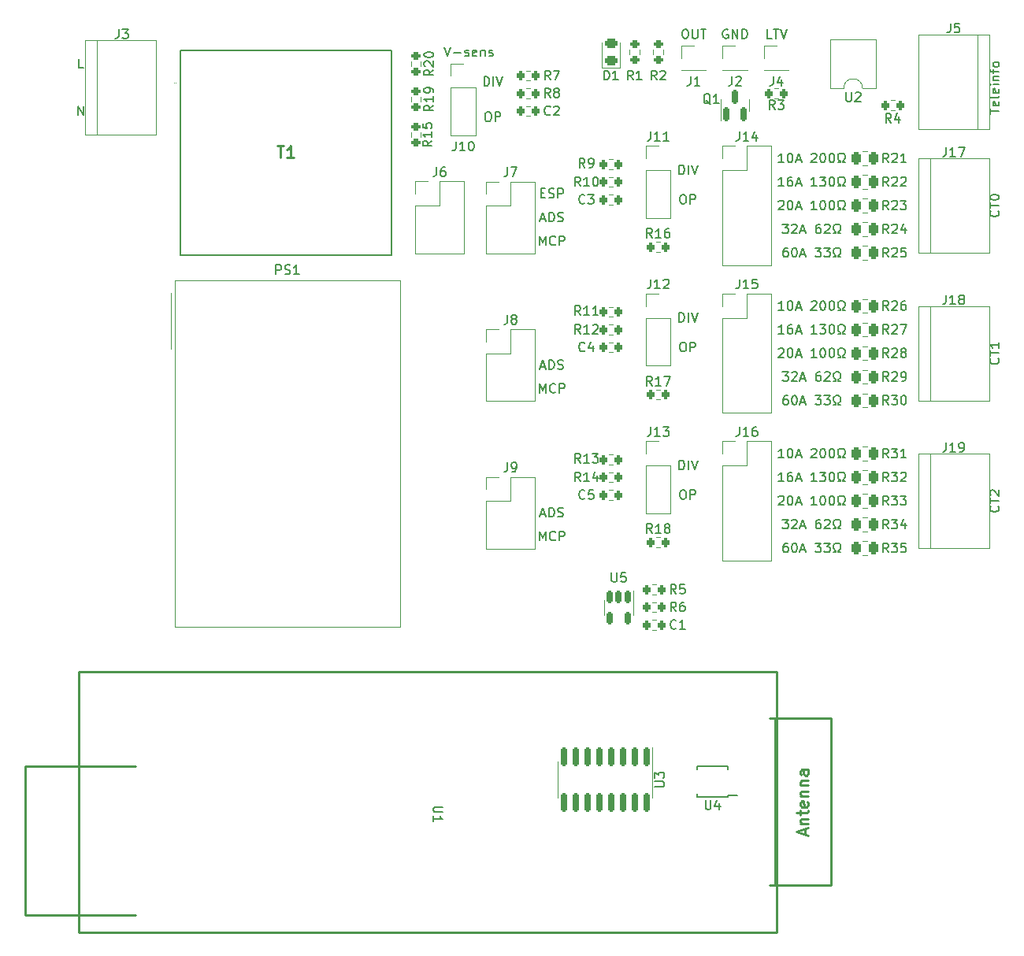
<source format=gto>
G04 #@! TF.GenerationSoftware,KiCad,Pcbnew,(6.0.0)*
G04 #@! TF.CreationDate,2022-11-23T20:41:05+01:00*
G04 #@! TF.ProjectId,prototype-3,70726f74-6f74-4797-9065-2d332e6b6963,rev?*
G04 #@! TF.SameCoordinates,Original*
G04 #@! TF.FileFunction,Legend,Top*
G04 #@! TF.FilePolarity,Positive*
%FSLAX46Y46*%
G04 Gerber Fmt 4.6, Leading zero omitted, Abs format (unit mm)*
G04 Created by KiCad (PCBNEW (6.0.0)) date 2022-11-23 20:41:05*
%MOMM*%
%LPD*%
G01*
G04 APERTURE LIST*
G04 Aperture macros list*
%AMRoundRect*
0 Rectangle with rounded corners*
0 $1 Rounding radius*
0 $2 $3 $4 $5 $6 $7 $8 $9 X,Y pos of 4 corners*
0 Add a 4 corners polygon primitive as box body*
4,1,4,$2,$3,$4,$5,$6,$7,$8,$9,$2,$3,0*
0 Add four circle primitives for the rounded corners*
1,1,$1+$1,$2,$3*
1,1,$1+$1,$4,$5*
1,1,$1+$1,$6,$7*
1,1,$1+$1,$8,$9*
0 Add four rect primitives between the rounded corners*
20,1,$1+$1,$2,$3,$4,$5,0*
20,1,$1+$1,$4,$5,$6,$7,0*
20,1,$1+$1,$6,$7,$8,$9,0*
20,1,$1+$1,$8,$9,$2,$3,0*%
G04 Aperture macros list end*
%ADD10C,0.150000*%
%ADD11C,0.254000*%
%ADD12C,0.120000*%
%ADD13C,0.100000*%
%ADD14C,0.200000*%
%ADD15R,2.000000X1.780000*%
%ADD16RoundRect,0.200000X-0.200000X-0.275000X0.200000X-0.275000X0.200000X0.275000X-0.200000X0.275000X0*%
%ADD17RoundRect,0.250000X0.262500X0.450000X-0.262500X0.450000X-0.262500X-0.450000X0.262500X-0.450000X0*%
%ADD18RoundRect,0.200000X0.200000X0.275000X-0.200000X0.275000X-0.200000X-0.275000X0.200000X-0.275000X0*%
%ADD19R,1.700000X1.700000*%
%ADD20O,1.700000X1.700000*%
%ADD21RoundRect,0.200000X-0.275000X0.200000X-0.275000X-0.200000X0.275000X-0.200000X0.275000X0.200000X0*%
%ADD22RoundRect,0.150000X-0.150000X0.825000X-0.150000X-0.825000X0.150000X-0.825000X0.150000X0.825000X0*%
%ADD23R,3.000000X3.000000*%
%ADD24C,3.000000*%
%ADD25RoundRect,0.200000X0.275000X-0.200000X0.275000X0.200000X-0.275000X0.200000X-0.275000X-0.200000X0*%
%ADD26RoundRect,0.243750X0.456250X-0.243750X0.456250X0.243750X-0.456250X0.243750X-0.456250X-0.243750X0*%
%ADD27RoundRect,0.150000X0.150000X-0.587500X0.150000X0.587500X-0.150000X0.587500X-0.150000X-0.587500X0*%
%ADD28R,1.778000X1.778000*%
%ADD29C,1.778000*%
%ADD30RoundRect,0.150000X-0.150000X0.512500X-0.150000X-0.512500X0.150000X-0.512500X0.150000X0.512500X0*%
%ADD31R,1.300000X1.300000*%
%ADD32C,1.300000*%
%ADD33R,1.100000X0.250000*%
%ADD34R,2.300000X2.000000*%
%ADD35C,2.300000*%
G04 APERTURE END LIST*
D10*
X150550714Y-71286666D02*
X151026904Y-71286666D01*
X150455476Y-71572380D02*
X150788809Y-70572380D01*
X151122142Y-71572380D01*
X151455476Y-71572380D02*
X151455476Y-70572380D01*
X151693571Y-70572380D01*
X151836428Y-70620000D01*
X151931666Y-70715238D01*
X151979285Y-70810476D01*
X152026904Y-71000952D01*
X152026904Y-71143809D01*
X151979285Y-71334285D01*
X151931666Y-71429523D01*
X151836428Y-71524761D01*
X151693571Y-71572380D01*
X151455476Y-71572380D01*
X152407857Y-71524761D02*
X152550714Y-71572380D01*
X152788809Y-71572380D01*
X152884047Y-71524761D01*
X152931666Y-71477142D01*
X152979285Y-71381904D01*
X152979285Y-71286666D01*
X152931666Y-71191428D01*
X152884047Y-71143809D01*
X152788809Y-71096190D01*
X152598333Y-71048571D01*
X152503095Y-71000952D01*
X152455476Y-70953333D01*
X152407857Y-70858095D01*
X152407857Y-70762857D01*
X152455476Y-70667619D01*
X152503095Y-70620000D01*
X152598333Y-70572380D01*
X152836428Y-70572380D01*
X152979285Y-70620000D01*
X176133571Y-85272619D02*
X176181190Y-85225000D01*
X176276428Y-85177380D01*
X176514523Y-85177380D01*
X176609761Y-85225000D01*
X176657380Y-85272619D01*
X176705000Y-85367857D01*
X176705000Y-85463095D01*
X176657380Y-85605952D01*
X176085952Y-86177380D01*
X176705000Y-86177380D01*
X177324047Y-85177380D02*
X177419285Y-85177380D01*
X177514523Y-85225000D01*
X177562142Y-85272619D01*
X177609761Y-85367857D01*
X177657380Y-85558333D01*
X177657380Y-85796428D01*
X177609761Y-85986904D01*
X177562142Y-86082142D01*
X177514523Y-86129761D01*
X177419285Y-86177380D01*
X177324047Y-86177380D01*
X177228809Y-86129761D01*
X177181190Y-86082142D01*
X177133571Y-85986904D01*
X177085952Y-85796428D01*
X177085952Y-85558333D01*
X177133571Y-85367857D01*
X177181190Y-85272619D01*
X177228809Y-85225000D01*
X177324047Y-85177380D01*
X178038333Y-85891666D02*
X178514523Y-85891666D01*
X177943095Y-86177380D02*
X178276428Y-85177380D01*
X178609761Y-86177380D01*
X180228809Y-86177380D02*
X179657380Y-86177380D01*
X179943095Y-86177380D02*
X179943095Y-85177380D01*
X179847857Y-85320238D01*
X179752619Y-85415476D01*
X179657380Y-85463095D01*
X180847857Y-85177380D02*
X180943095Y-85177380D01*
X181038333Y-85225000D01*
X181085952Y-85272619D01*
X181133571Y-85367857D01*
X181181190Y-85558333D01*
X181181190Y-85796428D01*
X181133571Y-85986904D01*
X181085952Y-86082142D01*
X181038333Y-86129761D01*
X180943095Y-86177380D01*
X180847857Y-86177380D01*
X180752619Y-86129761D01*
X180705000Y-86082142D01*
X180657380Y-85986904D01*
X180609761Y-85796428D01*
X180609761Y-85558333D01*
X180657380Y-85367857D01*
X180705000Y-85272619D01*
X180752619Y-85225000D01*
X180847857Y-85177380D01*
X181800238Y-85177380D02*
X181895476Y-85177380D01*
X181990714Y-85225000D01*
X182038333Y-85272619D01*
X182085952Y-85367857D01*
X182133571Y-85558333D01*
X182133571Y-85796428D01*
X182085952Y-85986904D01*
X182038333Y-86082142D01*
X181990714Y-86129761D01*
X181895476Y-86177380D01*
X181800238Y-86177380D01*
X181705000Y-86129761D01*
X181657380Y-86082142D01*
X181609761Y-85986904D01*
X181562142Y-85796428D01*
X181562142Y-85558333D01*
X181609761Y-85367857D01*
X181657380Y-85272619D01*
X181705000Y-85225000D01*
X181800238Y-85177380D01*
X182514523Y-86177380D02*
X182752619Y-86177380D01*
X182752619Y-85986904D01*
X182657380Y-85939285D01*
X182562142Y-85844047D01*
X182514523Y-85701190D01*
X182514523Y-85463095D01*
X182562142Y-85320238D01*
X182657380Y-85225000D01*
X182800238Y-85177380D01*
X182990714Y-85177380D01*
X183133571Y-85225000D01*
X183228809Y-85320238D01*
X183276428Y-85463095D01*
X183276428Y-85701190D01*
X183228809Y-85844047D01*
X183133571Y-85939285D01*
X183038333Y-85986904D01*
X183038333Y-86177380D01*
X183276428Y-86177380D01*
X150574523Y-68493571D02*
X150907857Y-68493571D01*
X151050714Y-69017380D02*
X150574523Y-69017380D01*
X150574523Y-68017380D01*
X151050714Y-68017380D01*
X151431666Y-68969761D02*
X151574523Y-69017380D01*
X151812619Y-69017380D01*
X151907857Y-68969761D01*
X151955476Y-68922142D01*
X152003095Y-68826904D01*
X152003095Y-68731666D01*
X151955476Y-68636428D01*
X151907857Y-68588809D01*
X151812619Y-68541190D01*
X151622142Y-68493571D01*
X151526904Y-68445952D01*
X151479285Y-68398333D01*
X151431666Y-68303095D01*
X151431666Y-68207857D01*
X151479285Y-68112619D01*
X151526904Y-68065000D01*
X151622142Y-68017380D01*
X151860238Y-68017380D01*
X152003095Y-68065000D01*
X152431666Y-69017380D02*
X152431666Y-68017380D01*
X152812619Y-68017380D01*
X152907857Y-68065000D01*
X152955476Y-68112619D01*
X153003095Y-68207857D01*
X153003095Y-68350714D01*
X152955476Y-68445952D01*
X152907857Y-68493571D01*
X152812619Y-68541190D01*
X152431666Y-68541190D01*
X170688095Y-50935000D02*
X170592857Y-50887380D01*
X170450000Y-50887380D01*
X170307142Y-50935000D01*
X170211904Y-51030238D01*
X170164285Y-51125476D01*
X170116666Y-51315952D01*
X170116666Y-51458809D01*
X170164285Y-51649285D01*
X170211904Y-51744523D01*
X170307142Y-51839761D01*
X170450000Y-51887380D01*
X170545238Y-51887380D01*
X170688095Y-51839761D01*
X170735714Y-51792142D01*
X170735714Y-51458809D01*
X170545238Y-51458809D01*
X171164285Y-51887380D02*
X171164285Y-50887380D01*
X171735714Y-51887380D01*
X171735714Y-50887380D01*
X172211904Y-51887380D02*
X172211904Y-50887380D01*
X172450000Y-50887380D01*
X172592857Y-50935000D01*
X172688095Y-51030238D01*
X172735714Y-51125476D01*
X172783333Y-51315952D01*
X172783333Y-51458809D01*
X172735714Y-51649285D01*
X172688095Y-51744523D01*
X172592857Y-51839761D01*
X172450000Y-51887380D01*
X172211904Y-51887380D01*
X144819761Y-59792380D02*
X145010238Y-59792380D01*
X145105476Y-59840000D01*
X145200714Y-59935238D01*
X145248333Y-60125714D01*
X145248333Y-60459047D01*
X145200714Y-60649523D01*
X145105476Y-60744761D01*
X145010238Y-60792380D01*
X144819761Y-60792380D01*
X144724523Y-60744761D01*
X144629285Y-60649523D01*
X144581666Y-60459047D01*
X144581666Y-60125714D01*
X144629285Y-59935238D01*
X144724523Y-59840000D01*
X144819761Y-59792380D01*
X145676904Y-60792380D02*
X145676904Y-59792380D01*
X146057857Y-59792380D01*
X146153095Y-59840000D01*
X146200714Y-59887619D01*
X146248333Y-59982857D01*
X146248333Y-60125714D01*
X146200714Y-60220952D01*
X146153095Y-60268571D01*
X146057857Y-60316190D01*
X145676904Y-60316190D01*
X150550714Y-87161666D02*
X151026904Y-87161666D01*
X150455476Y-87447380D02*
X150788809Y-86447380D01*
X151122142Y-87447380D01*
X151455476Y-87447380D02*
X151455476Y-86447380D01*
X151693571Y-86447380D01*
X151836428Y-86495000D01*
X151931666Y-86590238D01*
X151979285Y-86685476D01*
X152026904Y-86875952D01*
X152026904Y-87018809D01*
X151979285Y-87209285D01*
X151931666Y-87304523D01*
X151836428Y-87399761D01*
X151693571Y-87447380D01*
X151455476Y-87447380D01*
X152407857Y-87399761D02*
X152550714Y-87447380D01*
X152788809Y-87447380D01*
X152884047Y-87399761D01*
X152931666Y-87352142D01*
X152979285Y-87256904D01*
X152979285Y-87161666D01*
X152931666Y-87066428D01*
X152884047Y-87018809D01*
X152788809Y-86971190D01*
X152598333Y-86923571D01*
X152503095Y-86875952D01*
X152455476Y-86828333D01*
X152407857Y-86733095D01*
X152407857Y-86637857D01*
X152455476Y-86542619D01*
X152503095Y-86495000D01*
X152598333Y-86447380D01*
X152836428Y-86447380D01*
X152979285Y-86495000D01*
X101409523Y-55062380D02*
X100933333Y-55062380D01*
X100933333Y-54062380D01*
X150431666Y-89987380D02*
X150431666Y-88987380D01*
X150765000Y-89701666D01*
X151098333Y-88987380D01*
X151098333Y-89987380D01*
X152145952Y-89892142D02*
X152098333Y-89939761D01*
X151955476Y-89987380D01*
X151860238Y-89987380D01*
X151717380Y-89939761D01*
X151622142Y-89844523D01*
X151574523Y-89749285D01*
X151526904Y-89558809D01*
X151526904Y-89415952D01*
X151574523Y-89225476D01*
X151622142Y-89130238D01*
X151717380Y-89035000D01*
X151860238Y-88987380D01*
X151955476Y-88987380D01*
X152098333Y-89035000D01*
X152145952Y-89082619D01*
X152574523Y-89987380D02*
X152574523Y-88987380D01*
X152955476Y-88987380D01*
X153050714Y-89035000D01*
X153098333Y-89082619D01*
X153145952Y-89177857D01*
X153145952Y-89320714D01*
X153098333Y-89415952D01*
X153050714Y-89463571D01*
X152955476Y-89511190D01*
X152574523Y-89511190D01*
X165441428Y-66492380D02*
X165441428Y-65492380D01*
X165679523Y-65492380D01*
X165822380Y-65540000D01*
X165917619Y-65635238D01*
X165965238Y-65730476D01*
X166012857Y-65920952D01*
X166012857Y-66063809D01*
X165965238Y-66254285D01*
X165917619Y-66349523D01*
X165822380Y-66444761D01*
X165679523Y-66492380D01*
X165441428Y-66492380D01*
X166441428Y-66492380D02*
X166441428Y-65492380D01*
X166774761Y-65492380D02*
X167108095Y-66492380D01*
X167441428Y-65492380D01*
X176562142Y-71842380D02*
X177181190Y-71842380D01*
X176847857Y-72223333D01*
X176990714Y-72223333D01*
X177085952Y-72270952D01*
X177133571Y-72318571D01*
X177181190Y-72413809D01*
X177181190Y-72651904D01*
X177133571Y-72747142D01*
X177085952Y-72794761D01*
X176990714Y-72842380D01*
X176705000Y-72842380D01*
X176609761Y-72794761D01*
X176562142Y-72747142D01*
X177562142Y-71937619D02*
X177609761Y-71890000D01*
X177705000Y-71842380D01*
X177943095Y-71842380D01*
X178038333Y-71890000D01*
X178085952Y-71937619D01*
X178133571Y-72032857D01*
X178133571Y-72128095D01*
X178085952Y-72270952D01*
X177514523Y-72842380D01*
X178133571Y-72842380D01*
X178514523Y-72556666D02*
X178990714Y-72556666D01*
X178419285Y-72842380D02*
X178752619Y-71842380D01*
X179085952Y-72842380D01*
X180609761Y-71842380D02*
X180419285Y-71842380D01*
X180324047Y-71890000D01*
X180276428Y-71937619D01*
X180181190Y-72080476D01*
X180133571Y-72270952D01*
X180133571Y-72651904D01*
X180181190Y-72747142D01*
X180228809Y-72794761D01*
X180324047Y-72842380D01*
X180514523Y-72842380D01*
X180609761Y-72794761D01*
X180657380Y-72747142D01*
X180705000Y-72651904D01*
X180705000Y-72413809D01*
X180657380Y-72318571D01*
X180609761Y-72270952D01*
X180514523Y-72223333D01*
X180324047Y-72223333D01*
X180228809Y-72270952D01*
X180181190Y-72318571D01*
X180133571Y-72413809D01*
X181085952Y-71937619D02*
X181133571Y-71890000D01*
X181228809Y-71842380D01*
X181466904Y-71842380D01*
X181562142Y-71890000D01*
X181609761Y-71937619D01*
X181657380Y-72032857D01*
X181657380Y-72128095D01*
X181609761Y-72270952D01*
X181038333Y-72842380D01*
X181657380Y-72842380D01*
X182038333Y-72842380D02*
X182276428Y-72842380D01*
X182276428Y-72651904D01*
X182181190Y-72604285D01*
X182085952Y-72509047D01*
X182038333Y-72366190D01*
X182038333Y-72128095D01*
X182085952Y-71985238D01*
X182181190Y-71890000D01*
X182324047Y-71842380D01*
X182514523Y-71842380D01*
X182657380Y-71890000D01*
X182752619Y-71985238D01*
X182800238Y-72128095D01*
X182800238Y-72366190D01*
X182752619Y-72509047D01*
X182657380Y-72604285D01*
X182562142Y-72651904D01*
X182562142Y-72842380D01*
X182800238Y-72842380D01*
X165774761Y-84542380D02*
X165965238Y-84542380D01*
X166060476Y-84590000D01*
X166155714Y-84685238D01*
X166203333Y-84875714D01*
X166203333Y-85209047D01*
X166155714Y-85399523D01*
X166060476Y-85494761D01*
X165965238Y-85542380D01*
X165774761Y-85542380D01*
X165679523Y-85494761D01*
X165584285Y-85399523D01*
X165536666Y-85209047D01*
X165536666Y-84875714D01*
X165584285Y-84685238D01*
X165679523Y-84590000D01*
X165774761Y-84542380D01*
X166631904Y-85542380D02*
X166631904Y-84542380D01*
X167012857Y-84542380D01*
X167108095Y-84590000D01*
X167155714Y-84637619D01*
X167203333Y-84732857D01*
X167203333Y-84875714D01*
X167155714Y-84970952D01*
X167108095Y-85018571D01*
X167012857Y-85066190D01*
X166631904Y-85066190D01*
X176562142Y-87717380D02*
X177181190Y-87717380D01*
X176847857Y-88098333D01*
X176990714Y-88098333D01*
X177085952Y-88145952D01*
X177133571Y-88193571D01*
X177181190Y-88288809D01*
X177181190Y-88526904D01*
X177133571Y-88622142D01*
X177085952Y-88669761D01*
X176990714Y-88717380D01*
X176705000Y-88717380D01*
X176609761Y-88669761D01*
X176562142Y-88622142D01*
X177562142Y-87812619D02*
X177609761Y-87765000D01*
X177705000Y-87717380D01*
X177943095Y-87717380D01*
X178038333Y-87765000D01*
X178085952Y-87812619D01*
X178133571Y-87907857D01*
X178133571Y-88003095D01*
X178085952Y-88145952D01*
X177514523Y-88717380D01*
X178133571Y-88717380D01*
X178514523Y-88431666D02*
X178990714Y-88431666D01*
X178419285Y-88717380D02*
X178752619Y-87717380D01*
X179085952Y-88717380D01*
X180609761Y-87717380D02*
X180419285Y-87717380D01*
X180324047Y-87765000D01*
X180276428Y-87812619D01*
X180181190Y-87955476D01*
X180133571Y-88145952D01*
X180133571Y-88526904D01*
X180181190Y-88622142D01*
X180228809Y-88669761D01*
X180324047Y-88717380D01*
X180514523Y-88717380D01*
X180609761Y-88669761D01*
X180657380Y-88622142D01*
X180705000Y-88526904D01*
X180705000Y-88288809D01*
X180657380Y-88193571D01*
X180609761Y-88145952D01*
X180514523Y-88098333D01*
X180324047Y-88098333D01*
X180228809Y-88145952D01*
X180181190Y-88193571D01*
X180133571Y-88288809D01*
X181085952Y-87812619D02*
X181133571Y-87765000D01*
X181228809Y-87717380D01*
X181466904Y-87717380D01*
X181562142Y-87765000D01*
X181609761Y-87812619D01*
X181657380Y-87907857D01*
X181657380Y-88003095D01*
X181609761Y-88145952D01*
X181038333Y-88717380D01*
X181657380Y-88717380D01*
X182038333Y-88717380D02*
X182276428Y-88717380D01*
X182276428Y-88526904D01*
X182181190Y-88479285D01*
X182085952Y-88384047D01*
X182038333Y-88241190D01*
X182038333Y-88003095D01*
X182085952Y-87860238D01*
X182181190Y-87765000D01*
X182324047Y-87717380D01*
X182514523Y-87717380D01*
X182657380Y-87765000D01*
X182752619Y-87860238D01*
X182800238Y-88003095D01*
X182800238Y-88241190D01*
X182752619Y-88384047D01*
X182657380Y-88479285D01*
X182562142Y-88526904D01*
X182562142Y-88717380D01*
X182800238Y-88717380D01*
X144486428Y-56982380D02*
X144486428Y-55982380D01*
X144724523Y-55982380D01*
X144867380Y-56030000D01*
X144962619Y-56125238D01*
X145010238Y-56220476D01*
X145057857Y-56410952D01*
X145057857Y-56553809D01*
X145010238Y-56744285D01*
X144962619Y-56839523D01*
X144867380Y-56934761D01*
X144724523Y-56982380D01*
X144486428Y-56982380D01*
X145486428Y-56982380D02*
X145486428Y-55982380D01*
X145819761Y-55982380D02*
X146153095Y-56982380D01*
X146486428Y-55982380D01*
X176133571Y-69397619D02*
X176181190Y-69350000D01*
X176276428Y-69302380D01*
X176514523Y-69302380D01*
X176609761Y-69350000D01*
X176657380Y-69397619D01*
X176705000Y-69492857D01*
X176705000Y-69588095D01*
X176657380Y-69730952D01*
X176085952Y-70302380D01*
X176705000Y-70302380D01*
X177324047Y-69302380D02*
X177419285Y-69302380D01*
X177514523Y-69350000D01*
X177562142Y-69397619D01*
X177609761Y-69492857D01*
X177657380Y-69683333D01*
X177657380Y-69921428D01*
X177609761Y-70111904D01*
X177562142Y-70207142D01*
X177514523Y-70254761D01*
X177419285Y-70302380D01*
X177324047Y-70302380D01*
X177228809Y-70254761D01*
X177181190Y-70207142D01*
X177133571Y-70111904D01*
X177085952Y-69921428D01*
X177085952Y-69683333D01*
X177133571Y-69492857D01*
X177181190Y-69397619D01*
X177228809Y-69350000D01*
X177324047Y-69302380D01*
X178038333Y-70016666D02*
X178514523Y-70016666D01*
X177943095Y-70302380D02*
X178276428Y-69302380D01*
X178609761Y-70302380D01*
X180228809Y-70302380D02*
X179657380Y-70302380D01*
X179943095Y-70302380D02*
X179943095Y-69302380D01*
X179847857Y-69445238D01*
X179752619Y-69540476D01*
X179657380Y-69588095D01*
X180847857Y-69302380D02*
X180943095Y-69302380D01*
X181038333Y-69350000D01*
X181085952Y-69397619D01*
X181133571Y-69492857D01*
X181181190Y-69683333D01*
X181181190Y-69921428D01*
X181133571Y-70111904D01*
X181085952Y-70207142D01*
X181038333Y-70254761D01*
X180943095Y-70302380D01*
X180847857Y-70302380D01*
X180752619Y-70254761D01*
X180705000Y-70207142D01*
X180657380Y-70111904D01*
X180609761Y-69921428D01*
X180609761Y-69683333D01*
X180657380Y-69492857D01*
X180705000Y-69397619D01*
X180752619Y-69350000D01*
X180847857Y-69302380D01*
X181800238Y-69302380D02*
X181895476Y-69302380D01*
X181990714Y-69350000D01*
X182038333Y-69397619D01*
X182085952Y-69492857D01*
X182133571Y-69683333D01*
X182133571Y-69921428D01*
X182085952Y-70111904D01*
X182038333Y-70207142D01*
X181990714Y-70254761D01*
X181895476Y-70302380D01*
X181800238Y-70302380D01*
X181705000Y-70254761D01*
X181657380Y-70207142D01*
X181609761Y-70111904D01*
X181562142Y-69921428D01*
X181562142Y-69683333D01*
X181609761Y-69492857D01*
X181657380Y-69397619D01*
X181705000Y-69350000D01*
X181800238Y-69302380D01*
X182514523Y-70302380D02*
X182752619Y-70302380D01*
X182752619Y-70111904D01*
X182657380Y-70064285D01*
X182562142Y-69969047D01*
X182514523Y-69826190D01*
X182514523Y-69588095D01*
X182562142Y-69445238D01*
X182657380Y-69350000D01*
X182800238Y-69302380D01*
X182990714Y-69302380D01*
X183133571Y-69350000D01*
X183228809Y-69445238D01*
X183276428Y-69588095D01*
X183276428Y-69826190D01*
X183228809Y-69969047D01*
X183133571Y-70064285D01*
X183038333Y-70111904D01*
X183038333Y-70302380D01*
X183276428Y-70302380D01*
X177085952Y-74382380D02*
X176895476Y-74382380D01*
X176800238Y-74430000D01*
X176752619Y-74477619D01*
X176657380Y-74620476D01*
X176609761Y-74810952D01*
X176609761Y-75191904D01*
X176657380Y-75287142D01*
X176705000Y-75334761D01*
X176800238Y-75382380D01*
X176990714Y-75382380D01*
X177085952Y-75334761D01*
X177133571Y-75287142D01*
X177181190Y-75191904D01*
X177181190Y-74953809D01*
X177133571Y-74858571D01*
X177085952Y-74810952D01*
X176990714Y-74763333D01*
X176800238Y-74763333D01*
X176705000Y-74810952D01*
X176657380Y-74858571D01*
X176609761Y-74953809D01*
X177800238Y-74382380D02*
X177895476Y-74382380D01*
X177990714Y-74430000D01*
X178038333Y-74477619D01*
X178085952Y-74572857D01*
X178133571Y-74763333D01*
X178133571Y-75001428D01*
X178085952Y-75191904D01*
X178038333Y-75287142D01*
X177990714Y-75334761D01*
X177895476Y-75382380D01*
X177800238Y-75382380D01*
X177705000Y-75334761D01*
X177657380Y-75287142D01*
X177609761Y-75191904D01*
X177562142Y-75001428D01*
X177562142Y-74763333D01*
X177609761Y-74572857D01*
X177657380Y-74477619D01*
X177705000Y-74430000D01*
X177800238Y-74382380D01*
X178514523Y-75096666D02*
X178990714Y-75096666D01*
X178419285Y-75382380D02*
X178752619Y-74382380D01*
X179085952Y-75382380D01*
X180085952Y-74382380D02*
X180705000Y-74382380D01*
X180371666Y-74763333D01*
X180514523Y-74763333D01*
X180609761Y-74810952D01*
X180657380Y-74858571D01*
X180705000Y-74953809D01*
X180705000Y-75191904D01*
X180657380Y-75287142D01*
X180609761Y-75334761D01*
X180514523Y-75382380D01*
X180228809Y-75382380D01*
X180133571Y-75334761D01*
X180085952Y-75287142D01*
X181038333Y-74382380D02*
X181657380Y-74382380D01*
X181324047Y-74763333D01*
X181466904Y-74763333D01*
X181562142Y-74810952D01*
X181609761Y-74858571D01*
X181657380Y-74953809D01*
X181657380Y-75191904D01*
X181609761Y-75287142D01*
X181562142Y-75334761D01*
X181466904Y-75382380D01*
X181181190Y-75382380D01*
X181085952Y-75334761D01*
X181038333Y-75287142D01*
X182038333Y-75382380D02*
X182276428Y-75382380D01*
X182276428Y-75191904D01*
X182181190Y-75144285D01*
X182085952Y-75049047D01*
X182038333Y-74906190D01*
X182038333Y-74668095D01*
X182085952Y-74525238D01*
X182181190Y-74430000D01*
X182324047Y-74382380D01*
X182514523Y-74382380D01*
X182657380Y-74430000D01*
X182752619Y-74525238D01*
X182800238Y-74668095D01*
X182800238Y-74906190D01*
X182752619Y-75049047D01*
X182657380Y-75144285D01*
X182562142Y-75191904D01*
X182562142Y-75382380D01*
X182800238Y-75382380D01*
X199747142Y-86272619D02*
X199794761Y-86320238D01*
X199842380Y-86463095D01*
X199842380Y-86558333D01*
X199794761Y-86701190D01*
X199699523Y-86796428D01*
X199604285Y-86844047D01*
X199413809Y-86891666D01*
X199270952Y-86891666D01*
X199080476Y-86844047D01*
X198985238Y-86796428D01*
X198890000Y-86701190D01*
X198842380Y-86558333D01*
X198842380Y-86463095D01*
X198890000Y-86320238D01*
X198937619Y-86272619D01*
X198842380Y-85986904D02*
X198842380Y-85415476D01*
X199842380Y-85701190D02*
X198842380Y-85701190D01*
X199842380Y-84558333D02*
X199842380Y-85129761D01*
X199842380Y-84844047D02*
X198842380Y-84844047D01*
X198985238Y-84939285D01*
X199080476Y-85034523D01*
X199128095Y-85129761D01*
X199747142Y-102147619D02*
X199794761Y-102195238D01*
X199842380Y-102338095D01*
X199842380Y-102433333D01*
X199794761Y-102576190D01*
X199699523Y-102671428D01*
X199604285Y-102719047D01*
X199413809Y-102766666D01*
X199270952Y-102766666D01*
X199080476Y-102719047D01*
X198985238Y-102671428D01*
X198890000Y-102576190D01*
X198842380Y-102433333D01*
X198842380Y-102338095D01*
X198890000Y-102195238D01*
X198937619Y-102147619D01*
X198842380Y-101861904D02*
X198842380Y-101290476D01*
X199842380Y-101576190D02*
X198842380Y-101576190D01*
X198937619Y-101004761D02*
X198890000Y-100957142D01*
X198842380Y-100861904D01*
X198842380Y-100623809D01*
X198890000Y-100528571D01*
X198937619Y-100480952D01*
X199032857Y-100433333D01*
X199128095Y-100433333D01*
X199270952Y-100480952D01*
X199842380Y-101052380D01*
X199842380Y-100433333D01*
X199747142Y-70397619D02*
X199794761Y-70445238D01*
X199842380Y-70588095D01*
X199842380Y-70683333D01*
X199794761Y-70826190D01*
X199699523Y-70921428D01*
X199604285Y-70969047D01*
X199413809Y-71016666D01*
X199270952Y-71016666D01*
X199080476Y-70969047D01*
X198985238Y-70921428D01*
X198890000Y-70826190D01*
X198842380Y-70683333D01*
X198842380Y-70588095D01*
X198890000Y-70445238D01*
X198937619Y-70397619D01*
X198842380Y-70111904D02*
X198842380Y-69540476D01*
X199842380Y-69826190D02*
X198842380Y-69826190D01*
X198842380Y-69016666D02*
X198842380Y-68921428D01*
X198890000Y-68826190D01*
X198937619Y-68778571D01*
X199032857Y-68730952D01*
X199223333Y-68683333D01*
X199461428Y-68683333D01*
X199651904Y-68730952D01*
X199747142Y-68778571D01*
X199794761Y-68826190D01*
X199842380Y-68921428D01*
X199842380Y-69016666D01*
X199794761Y-69111904D01*
X199747142Y-69159523D01*
X199651904Y-69207142D01*
X199461428Y-69254761D01*
X199223333Y-69254761D01*
X199032857Y-69207142D01*
X198937619Y-69159523D01*
X198890000Y-69111904D01*
X198842380Y-69016666D01*
X150431666Y-74112380D02*
X150431666Y-73112380D01*
X150765000Y-73826666D01*
X151098333Y-73112380D01*
X151098333Y-74112380D01*
X152145952Y-74017142D02*
X152098333Y-74064761D01*
X151955476Y-74112380D01*
X151860238Y-74112380D01*
X151717380Y-74064761D01*
X151622142Y-73969523D01*
X151574523Y-73874285D01*
X151526904Y-73683809D01*
X151526904Y-73540952D01*
X151574523Y-73350476D01*
X151622142Y-73255238D01*
X151717380Y-73160000D01*
X151860238Y-73112380D01*
X151955476Y-73112380D01*
X152098333Y-73160000D01*
X152145952Y-73207619D01*
X152574523Y-74112380D02*
X152574523Y-73112380D01*
X152955476Y-73112380D01*
X153050714Y-73160000D01*
X153098333Y-73207619D01*
X153145952Y-73302857D01*
X153145952Y-73445714D01*
X153098333Y-73540952D01*
X153050714Y-73588571D01*
X152955476Y-73636190D01*
X152574523Y-73636190D01*
X176562142Y-103592380D02*
X177181190Y-103592380D01*
X176847857Y-103973333D01*
X176990714Y-103973333D01*
X177085952Y-104020952D01*
X177133571Y-104068571D01*
X177181190Y-104163809D01*
X177181190Y-104401904D01*
X177133571Y-104497142D01*
X177085952Y-104544761D01*
X176990714Y-104592380D01*
X176705000Y-104592380D01*
X176609761Y-104544761D01*
X176562142Y-104497142D01*
X177562142Y-103687619D02*
X177609761Y-103640000D01*
X177705000Y-103592380D01*
X177943095Y-103592380D01*
X178038333Y-103640000D01*
X178085952Y-103687619D01*
X178133571Y-103782857D01*
X178133571Y-103878095D01*
X178085952Y-104020952D01*
X177514523Y-104592380D01*
X178133571Y-104592380D01*
X178514523Y-104306666D02*
X178990714Y-104306666D01*
X178419285Y-104592380D02*
X178752619Y-103592380D01*
X179085952Y-104592380D01*
X180609761Y-103592380D02*
X180419285Y-103592380D01*
X180324047Y-103640000D01*
X180276428Y-103687619D01*
X180181190Y-103830476D01*
X180133571Y-104020952D01*
X180133571Y-104401904D01*
X180181190Y-104497142D01*
X180228809Y-104544761D01*
X180324047Y-104592380D01*
X180514523Y-104592380D01*
X180609761Y-104544761D01*
X180657380Y-104497142D01*
X180705000Y-104401904D01*
X180705000Y-104163809D01*
X180657380Y-104068571D01*
X180609761Y-104020952D01*
X180514523Y-103973333D01*
X180324047Y-103973333D01*
X180228809Y-104020952D01*
X180181190Y-104068571D01*
X180133571Y-104163809D01*
X181085952Y-103687619D02*
X181133571Y-103640000D01*
X181228809Y-103592380D01*
X181466904Y-103592380D01*
X181562142Y-103640000D01*
X181609761Y-103687619D01*
X181657380Y-103782857D01*
X181657380Y-103878095D01*
X181609761Y-104020952D01*
X181038333Y-104592380D01*
X181657380Y-104592380D01*
X182038333Y-104592380D02*
X182276428Y-104592380D01*
X182276428Y-104401904D01*
X182181190Y-104354285D01*
X182085952Y-104259047D01*
X182038333Y-104116190D01*
X182038333Y-103878095D01*
X182085952Y-103735238D01*
X182181190Y-103640000D01*
X182324047Y-103592380D01*
X182514523Y-103592380D01*
X182657380Y-103640000D01*
X182752619Y-103735238D01*
X182800238Y-103878095D01*
X182800238Y-104116190D01*
X182752619Y-104259047D01*
X182657380Y-104354285D01*
X182562142Y-104401904D01*
X182562142Y-104592380D01*
X182800238Y-104592380D01*
X165441428Y-98242380D02*
X165441428Y-97242380D01*
X165679523Y-97242380D01*
X165822380Y-97290000D01*
X165917619Y-97385238D01*
X165965238Y-97480476D01*
X166012857Y-97670952D01*
X166012857Y-97813809D01*
X165965238Y-98004285D01*
X165917619Y-98099523D01*
X165822380Y-98194761D01*
X165679523Y-98242380D01*
X165441428Y-98242380D01*
X166441428Y-98242380D02*
X166441428Y-97242380D01*
X166774761Y-97242380D02*
X167108095Y-98242380D01*
X167441428Y-97242380D01*
X150550714Y-103036666D02*
X151026904Y-103036666D01*
X150455476Y-103322380D02*
X150788809Y-102322380D01*
X151122142Y-103322380D01*
X151455476Y-103322380D02*
X151455476Y-102322380D01*
X151693571Y-102322380D01*
X151836428Y-102370000D01*
X151931666Y-102465238D01*
X151979285Y-102560476D01*
X152026904Y-102750952D01*
X152026904Y-102893809D01*
X151979285Y-103084285D01*
X151931666Y-103179523D01*
X151836428Y-103274761D01*
X151693571Y-103322380D01*
X151455476Y-103322380D01*
X152407857Y-103274761D02*
X152550714Y-103322380D01*
X152788809Y-103322380D01*
X152884047Y-103274761D01*
X152931666Y-103227142D01*
X152979285Y-103131904D01*
X152979285Y-103036666D01*
X152931666Y-102941428D01*
X152884047Y-102893809D01*
X152788809Y-102846190D01*
X152598333Y-102798571D01*
X152503095Y-102750952D01*
X152455476Y-102703333D01*
X152407857Y-102608095D01*
X152407857Y-102512857D01*
X152455476Y-102417619D01*
X152503095Y-102370000D01*
X152598333Y-102322380D01*
X152836428Y-102322380D01*
X152979285Y-102370000D01*
X165441428Y-82367380D02*
X165441428Y-81367380D01*
X165679523Y-81367380D01*
X165822380Y-81415000D01*
X165917619Y-81510238D01*
X165965238Y-81605476D01*
X166012857Y-81795952D01*
X166012857Y-81938809D01*
X165965238Y-82129285D01*
X165917619Y-82224523D01*
X165822380Y-82319761D01*
X165679523Y-82367380D01*
X165441428Y-82367380D01*
X166441428Y-82367380D02*
X166441428Y-81367380D01*
X166774761Y-81367380D02*
X167108095Y-82367380D01*
X167441428Y-81367380D01*
X140232142Y-52792380D02*
X140565476Y-53792380D01*
X140898809Y-52792380D01*
X141232142Y-53411428D02*
X141994047Y-53411428D01*
X142422619Y-53744761D02*
X142517857Y-53792380D01*
X142708333Y-53792380D01*
X142803571Y-53744761D01*
X142851190Y-53649523D01*
X142851190Y-53601904D01*
X142803571Y-53506666D01*
X142708333Y-53459047D01*
X142565476Y-53459047D01*
X142470238Y-53411428D01*
X142422619Y-53316190D01*
X142422619Y-53268571D01*
X142470238Y-53173333D01*
X142565476Y-53125714D01*
X142708333Y-53125714D01*
X142803571Y-53173333D01*
X143660714Y-53744761D02*
X143565476Y-53792380D01*
X143375000Y-53792380D01*
X143279761Y-53744761D01*
X143232142Y-53649523D01*
X143232142Y-53268571D01*
X143279761Y-53173333D01*
X143375000Y-53125714D01*
X143565476Y-53125714D01*
X143660714Y-53173333D01*
X143708333Y-53268571D01*
X143708333Y-53363809D01*
X143232142Y-53459047D01*
X144136904Y-53125714D02*
X144136904Y-53792380D01*
X144136904Y-53220952D02*
X144184523Y-53173333D01*
X144279761Y-53125714D01*
X144422619Y-53125714D01*
X144517857Y-53173333D01*
X144565476Y-53268571D01*
X144565476Y-53792380D01*
X144994047Y-53744761D02*
X145089285Y-53792380D01*
X145279761Y-53792380D01*
X145375000Y-53744761D01*
X145422619Y-53649523D01*
X145422619Y-53601904D01*
X145375000Y-53506666D01*
X145279761Y-53459047D01*
X145136904Y-53459047D01*
X145041666Y-53411428D01*
X144994047Y-53316190D01*
X144994047Y-53268571D01*
X145041666Y-53173333D01*
X145136904Y-53125714D01*
X145279761Y-53125714D01*
X145375000Y-53173333D01*
X150431666Y-105862380D02*
X150431666Y-104862380D01*
X150765000Y-105576666D01*
X151098333Y-104862380D01*
X151098333Y-105862380D01*
X152145952Y-105767142D02*
X152098333Y-105814761D01*
X151955476Y-105862380D01*
X151860238Y-105862380D01*
X151717380Y-105814761D01*
X151622142Y-105719523D01*
X151574523Y-105624285D01*
X151526904Y-105433809D01*
X151526904Y-105290952D01*
X151574523Y-105100476D01*
X151622142Y-105005238D01*
X151717380Y-104910000D01*
X151860238Y-104862380D01*
X151955476Y-104862380D01*
X152098333Y-104910000D01*
X152145952Y-104957619D01*
X152574523Y-105862380D02*
X152574523Y-104862380D01*
X152955476Y-104862380D01*
X153050714Y-104910000D01*
X153098333Y-104957619D01*
X153145952Y-105052857D01*
X153145952Y-105195714D01*
X153098333Y-105290952D01*
X153050714Y-105338571D01*
X152955476Y-105386190D01*
X152574523Y-105386190D01*
X198842380Y-59983333D02*
X198842380Y-59411904D01*
X199842380Y-59697619D02*
X198842380Y-59697619D01*
X199794761Y-58697619D02*
X199842380Y-58792857D01*
X199842380Y-58983333D01*
X199794761Y-59078571D01*
X199699523Y-59126190D01*
X199318571Y-59126190D01*
X199223333Y-59078571D01*
X199175714Y-58983333D01*
X199175714Y-58792857D01*
X199223333Y-58697619D01*
X199318571Y-58650000D01*
X199413809Y-58650000D01*
X199509047Y-59126190D01*
X199842380Y-58078571D02*
X199794761Y-58173809D01*
X199699523Y-58221428D01*
X198842380Y-58221428D01*
X199794761Y-57316666D02*
X199842380Y-57411904D01*
X199842380Y-57602380D01*
X199794761Y-57697619D01*
X199699523Y-57745238D01*
X199318571Y-57745238D01*
X199223333Y-57697619D01*
X199175714Y-57602380D01*
X199175714Y-57411904D01*
X199223333Y-57316666D01*
X199318571Y-57269047D01*
X199413809Y-57269047D01*
X199509047Y-57745238D01*
X199842380Y-56840476D02*
X199175714Y-56840476D01*
X198842380Y-56840476D02*
X198890000Y-56888095D01*
X198937619Y-56840476D01*
X198890000Y-56792857D01*
X198842380Y-56840476D01*
X198937619Y-56840476D01*
X199175714Y-56364285D02*
X199842380Y-56364285D01*
X199270952Y-56364285D02*
X199223333Y-56316666D01*
X199175714Y-56221428D01*
X199175714Y-56078571D01*
X199223333Y-55983333D01*
X199318571Y-55935714D01*
X199842380Y-55935714D01*
X199175714Y-55602380D02*
X199175714Y-55221428D01*
X199842380Y-55459523D02*
X198985238Y-55459523D01*
X198890000Y-55411904D01*
X198842380Y-55316666D01*
X198842380Y-55221428D01*
X199842380Y-54745238D02*
X199794761Y-54840476D01*
X199747142Y-54888095D01*
X199651904Y-54935714D01*
X199366190Y-54935714D01*
X199270952Y-54888095D01*
X199223333Y-54840476D01*
X199175714Y-54745238D01*
X199175714Y-54602380D01*
X199223333Y-54507142D01*
X199270952Y-54459523D01*
X199366190Y-54411904D01*
X199651904Y-54411904D01*
X199747142Y-54459523D01*
X199794761Y-54507142D01*
X199842380Y-54602380D01*
X199842380Y-54745238D01*
X176133571Y-101147619D02*
X176181190Y-101100000D01*
X176276428Y-101052380D01*
X176514523Y-101052380D01*
X176609761Y-101100000D01*
X176657380Y-101147619D01*
X176705000Y-101242857D01*
X176705000Y-101338095D01*
X176657380Y-101480952D01*
X176085952Y-102052380D01*
X176705000Y-102052380D01*
X177324047Y-101052380D02*
X177419285Y-101052380D01*
X177514523Y-101100000D01*
X177562142Y-101147619D01*
X177609761Y-101242857D01*
X177657380Y-101433333D01*
X177657380Y-101671428D01*
X177609761Y-101861904D01*
X177562142Y-101957142D01*
X177514523Y-102004761D01*
X177419285Y-102052380D01*
X177324047Y-102052380D01*
X177228809Y-102004761D01*
X177181190Y-101957142D01*
X177133571Y-101861904D01*
X177085952Y-101671428D01*
X177085952Y-101433333D01*
X177133571Y-101242857D01*
X177181190Y-101147619D01*
X177228809Y-101100000D01*
X177324047Y-101052380D01*
X178038333Y-101766666D02*
X178514523Y-101766666D01*
X177943095Y-102052380D02*
X178276428Y-101052380D01*
X178609761Y-102052380D01*
X180228809Y-102052380D02*
X179657380Y-102052380D01*
X179943095Y-102052380D02*
X179943095Y-101052380D01*
X179847857Y-101195238D01*
X179752619Y-101290476D01*
X179657380Y-101338095D01*
X180847857Y-101052380D02*
X180943095Y-101052380D01*
X181038333Y-101100000D01*
X181085952Y-101147619D01*
X181133571Y-101242857D01*
X181181190Y-101433333D01*
X181181190Y-101671428D01*
X181133571Y-101861904D01*
X181085952Y-101957142D01*
X181038333Y-102004761D01*
X180943095Y-102052380D01*
X180847857Y-102052380D01*
X180752619Y-102004761D01*
X180705000Y-101957142D01*
X180657380Y-101861904D01*
X180609761Y-101671428D01*
X180609761Y-101433333D01*
X180657380Y-101242857D01*
X180705000Y-101147619D01*
X180752619Y-101100000D01*
X180847857Y-101052380D01*
X181800238Y-101052380D02*
X181895476Y-101052380D01*
X181990714Y-101100000D01*
X182038333Y-101147619D01*
X182085952Y-101242857D01*
X182133571Y-101433333D01*
X182133571Y-101671428D01*
X182085952Y-101861904D01*
X182038333Y-101957142D01*
X181990714Y-102004761D01*
X181895476Y-102052380D01*
X181800238Y-102052380D01*
X181705000Y-102004761D01*
X181657380Y-101957142D01*
X181609761Y-101861904D01*
X181562142Y-101671428D01*
X181562142Y-101433333D01*
X181609761Y-101242857D01*
X181657380Y-101147619D01*
X181705000Y-101100000D01*
X181800238Y-101052380D01*
X182514523Y-102052380D02*
X182752619Y-102052380D01*
X182752619Y-101861904D01*
X182657380Y-101814285D01*
X182562142Y-101719047D01*
X182514523Y-101576190D01*
X182514523Y-101338095D01*
X182562142Y-101195238D01*
X182657380Y-101100000D01*
X182800238Y-101052380D01*
X182990714Y-101052380D01*
X183133571Y-101100000D01*
X183228809Y-101195238D01*
X183276428Y-101338095D01*
X183276428Y-101576190D01*
X183228809Y-101719047D01*
X183133571Y-101814285D01*
X183038333Y-101861904D01*
X183038333Y-102052380D01*
X183276428Y-102052380D01*
X176705000Y-96972380D02*
X176133571Y-96972380D01*
X176419285Y-96972380D02*
X176419285Y-95972380D01*
X176324047Y-96115238D01*
X176228809Y-96210476D01*
X176133571Y-96258095D01*
X177324047Y-95972380D02*
X177419285Y-95972380D01*
X177514523Y-96020000D01*
X177562142Y-96067619D01*
X177609761Y-96162857D01*
X177657380Y-96353333D01*
X177657380Y-96591428D01*
X177609761Y-96781904D01*
X177562142Y-96877142D01*
X177514523Y-96924761D01*
X177419285Y-96972380D01*
X177324047Y-96972380D01*
X177228809Y-96924761D01*
X177181190Y-96877142D01*
X177133571Y-96781904D01*
X177085952Y-96591428D01*
X177085952Y-96353333D01*
X177133571Y-96162857D01*
X177181190Y-96067619D01*
X177228809Y-96020000D01*
X177324047Y-95972380D01*
X178038333Y-96686666D02*
X178514523Y-96686666D01*
X177943095Y-96972380D02*
X178276428Y-95972380D01*
X178609761Y-96972380D01*
X179657380Y-96067619D02*
X179705000Y-96020000D01*
X179800238Y-95972380D01*
X180038333Y-95972380D01*
X180133571Y-96020000D01*
X180181190Y-96067619D01*
X180228809Y-96162857D01*
X180228809Y-96258095D01*
X180181190Y-96400952D01*
X179609761Y-96972380D01*
X180228809Y-96972380D01*
X180847857Y-95972380D02*
X180943095Y-95972380D01*
X181038333Y-96020000D01*
X181085952Y-96067619D01*
X181133571Y-96162857D01*
X181181190Y-96353333D01*
X181181190Y-96591428D01*
X181133571Y-96781904D01*
X181085952Y-96877142D01*
X181038333Y-96924761D01*
X180943095Y-96972380D01*
X180847857Y-96972380D01*
X180752619Y-96924761D01*
X180705000Y-96877142D01*
X180657380Y-96781904D01*
X180609761Y-96591428D01*
X180609761Y-96353333D01*
X180657380Y-96162857D01*
X180705000Y-96067619D01*
X180752619Y-96020000D01*
X180847857Y-95972380D01*
X181800238Y-95972380D02*
X181895476Y-95972380D01*
X181990714Y-96020000D01*
X182038333Y-96067619D01*
X182085952Y-96162857D01*
X182133571Y-96353333D01*
X182133571Y-96591428D01*
X182085952Y-96781904D01*
X182038333Y-96877142D01*
X181990714Y-96924761D01*
X181895476Y-96972380D01*
X181800238Y-96972380D01*
X181705000Y-96924761D01*
X181657380Y-96877142D01*
X181609761Y-96781904D01*
X181562142Y-96591428D01*
X181562142Y-96353333D01*
X181609761Y-96162857D01*
X181657380Y-96067619D01*
X181705000Y-96020000D01*
X181800238Y-95972380D01*
X182514523Y-96972380D02*
X182752619Y-96972380D01*
X182752619Y-96781904D01*
X182657380Y-96734285D01*
X182562142Y-96639047D01*
X182514523Y-96496190D01*
X182514523Y-96258095D01*
X182562142Y-96115238D01*
X182657380Y-96020000D01*
X182800238Y-95972380D01*
X182990714Y-95972380D01*
X183133571Y-96020000D01*
X183228809Y-96115238D01*
X183276428Y-96258095D01*
X183276428Y-96496190D01*
X183228809Y-96639047D01*
X183133571Y-96734285D01*
X183038333Y-96781904D01*
X183038333Y-96972380D01*
X183276428Y-96972380D01*
X176705000Y-81097380D02*
X176133571Y-81097380D01*
X176419285Y-81097380D02*
X176419285Y-80097380D01*
X176324047Y-80240238D01*
X176228809Y-80335476D01*
X176133571Y-80383095D01*
X177324047Y-80097380D02*
X177419285Y-80097380D01*
X177514523Y-80145000D01*
X177562142Y-80192619D01*
X177609761Y-80287857D01*
X177657380Y-80478333D01*
X177657380Y-80716428D01*
X177609761Y-80906904D01*
X177562142Y-81002142D01*
X177514523Y-81049761D01*
X177419285Y-81097380D01*
X177324047Y-81097380D01*
X177228809Y-81049761D01*
X177181190Y-81002142D01*
X177133571Y-80906904D01*
X177085952Y-80716428D01*
X177085952Y-80478333D01*
X177133571Y-80287857D01*
X177181190Y-80192619D01*
X177228809Y-80145000D01*
X177324047Y-80097380D01*
X178038333Y-80811666D02*
X178514523Y-80811666D01*
X177943095Y-81097380D02*
X178276428Y-80097380D01*
X178609761Y-81097380D01*
X179657380Y-80192619D02*
X179705000Y-80145000D01*
X179800238Y-80097380D01*
X180038333Y-80097380D01*
X180133571Y-80145000D01*
X180181190Y-80192619D01*
X180228809Y-80287857D01*
X180228809Y-80383095D01*
X180181190Y-80525952D01*
X179609761Y-81097380D01*
X180228809Y-81097380D01*
X180847857Y-80097380D02*
X180943095Y-80097380D01*
X181038333Y-80145000D01*
X181085952Y-80192619D01*
X181133571Y-80287857D01*
X181181190Y-80478333D01*
X181181190Y-80716428D01*
X181133571Y-80906904D01*
X181085952Y-81002142D01*
X181038333Y-81049761D01*
X180943095Y-81097380D01*
X180847857Y-81097380D01*
X180752619Y-81049761D01*
X180705000Y-81002142D01*
X180657380Y-80906904D01*
X180609761Y-80716428D01*
X180609761Y-80478333D01*
X180657380Y-80287857D01*
X180705000Y-80192619D01*
X180752619Y-80145000D01*
X180847857Y-80097380D01*
X181800238Y-80097380D02*
X181895476Y-80097380D01*
X181990714Y-80145000D01*
X182038333Y-80192619D01*
X182085952Y-80287857D01*
X182133571Y-80478333D01*
X182133571Y-80716428D01*
X182085952Y-80906904D01*
X182038333Y-81002142D01*
X181990714Y-81049761D01*
X181895476Y-81097380D01*
X181800238Y-81097380D01*
X181705000Y-81049761D01*
X181657380Y-81002142D01*
X181609761Y-80906904D01*
X181562142Y-80716428D01*
X181562142Y-80478333D01*
X181609761Y-80287857D01*
X181657380Y-80192619D01*
X181705000Y-80145000D01*
X181800238Y-80097380D01*
X182514523Y-81097380D02*
X182752619Y-81097380D01*
X182752619Y-80906904D01*
X182657380Y-80859285D01*
X182562142Y-80764047D01*
X182514523Y-80621190D01*
X182514523Y-80383095D01*
X182562142Y-80240238D01*
X182657380Y-80145000D01*
X182800238Y-80097380D01*
X182990714Y-80097380D01*
X183133571Y-80145000D01*
X183228809Y-80240238D01*
X183276428Y-80383095D01*
X183276428Y-80621190D01*
X183228809Y-80764047D01*
X183133571Y-80859285D01*
X183038333Y-80906904D01*
X183038333Y-81097380D01*
X183276428Y-81097380D01*
X100814285Y-60142380D02*
X100814285Y-59142380D01*
X101385714Y-60142380D01*
X101385714Y-59142380D01*
X176705000Y-67762380D02*
X176133571Y-67762380D01*
X176419285Y-67762380D02*
X176419285Y-66762380D01*
X176324047Y-66905238D01*
X176228809Y-67000476D01*
X176133571Y-67048095D01*
X177562142Y-66762380D02*
X177371666Y-66762380D01*
X177276428Y-66810000D01*
X177228809Y-66857619D01*
X177133571Y-67000476D01*
X177085952Y-67190952D01*
X177085952Y-67571904D01*
X177133571Y-67667142D01*
X177181190Y-67714761D01*
X177276428Y-67762380D01*
X177466904Y-67762380D01*
X177562142Y-67714761D01*
X177609761Y-67667142D01*
X177657380Y-67571904D01*
X177657380Y-67333809D01*
X177609761Y-67238571D01*
X177562142Y-67190952D01*
X177466904Y-67143333D01*
X177276428Y-67143333D01*
X177181190Y-67190952D01*
X177133571Y-67238571D01*
X177085952Y-67333809D01*
X178038333Y-67476666D02*
X178514523Y-67476666D01*
X177943095Y-67762380D02*
X178276428Y-66762380D01*
X178609761Y-67762380D01*
X180228809Y-67762380D02*
X179657380Y-67762380D01*
X179943095Y-67762380D02*
X179943095Y-66762380D01*
X179847857Y-66905238D01*
X179752619Y-67000476D01*
X179657380Y-67048095D01*
X180562142Y-66762380D02*
X181181190Y-66762380D01*
X180847857Y-67143333D01*
X180990714Y-67143333D01*
X181085952Y-67190952D01*
X181133571Y-67238571D01*
X181181190Y-67333809D01*
X181181190Y-67571904D01*
X181133571Y-67667142D01*
X181085952Y-67714761D01*
X180990714Y-67762380D01*
X180705000Y-67762380D01*
X180609761Y-67714761D01*
X180562142Y-67667142D01*
X181800238Y-66762380D02*
X181895476Y-66762380D01*
X181990714Y-66810000D01*
X182038333Y-66857619D01*
X182085952Y-66952857D01*
X182133571Y-67143333D01*
X182133571Y-67381428D01*
X182085952Y-67571904D01*
X182038333Y-67667142D01*
X181990714Y-67714761D01*
X181895476Y-67762380D01*
X181800238Y-67762380D01*
X181705000Y-67714761D01*
X181657380Y-67667142D01*
X181609761Y-67571904D01*
X181562142Y-67381428D01*
X181562142Y-67143333D01*
X181609761Y-66952857D01*
X181657380Y-66857619D01*
X181705000Y-66810000D01*
X181800238Y-66762380D01*
X182514523Y-67762380D02*
X182752619Y-67762380D01*
X182752619Y-67571904D01*
X182657380Y-67524285D01*
X182562142Y-67429047D01*
X182514523Y-67286190D01*
X182514523Y-67048095D01*
X182562142Y-66905238D01*
X182657380Y-66810000D01*
X182800238Y-66762380D01*
X182990714Y-66762380D01*
X183133571Y-66810000D01*
X183228809Y-66905238D01*
X183276428Y-67048095D01*
X183276428Y-67286190D01*
X183228809Y-67429047D01*
X183133571Y-67524285D01*
X183038333Y-67571904D01*
X183038333Y-67762380D01*
X183276428Y-67762380D01*
X177085952Y-90257380D02*
X176895476Y-90257380D01*
X176800238Y-90305000D01*
X176752619Y-90352619D01*
X176657380Y-90495476D01*
X176609761Y-90685952D01*
X176609761Y-91066904D01*
X176657380Y-91162142D01*
X176705000Y-91209761D01*
X176800238Y-91257380D01*
X176990714Y-91257380D01*
X177085952Y-91209761D01*
X177133571Y-91162142D01*
X177181190Y-91066904D01*
X177181190Y-90828809D01*
X177133571Y-90733571D01*
X177085952Y-90685952D01*
X176990714Y-90638333D01*
X176800238Y-90638333D01*
X176705000Y-90685952D01*
X176657380Y-90733571D01*
X176609761Y-90828809D01*
X177800238Y-90257380D02*
X177895476Y-90257380D01*
X177990714Y-90305000D01*
X178038333Y-90352619D01*
X178085952Y-90447857D01*
X178133571Y-90638333D01*
X178133571Y-90876428D01*
X178085952Y-91066904D01*
X178038333Y-91162142D01*
X177990714Y-91209761D01*
X177895476Y-91257380D01*
X177800238Y-91257380D01*
X177705000Y-91209761D01*
X177657380Y-91162142D01*
X177609761Y-91066904D01*
X177562142Y-90876428D01*
X177562142Y-90638333D01*
X177609761Y-90447857D01*
X177657380Y-90352619D01*
X177705000Y-90305000D01*
X177800238Y-90257380D01*
X178514523Y-90971666D02*
X178990714Y-90971666D01*
X178419285Y-91257380D02*
X178752619Y-90257380D01*
X179085952Y-91257380D01*
X180085952Y-90257380D02*
X180705000Y-90257380D01*
X180371666Y-90638333D01*
X180514523Y-90638333D01*
X180609761Y-90685952D01*
X180657380Y-90733571D01*
X180705000Y-90828809D01*
X180705000Y-91066904D01*
X180657380Y-91162142D01*
X180609761Y-91209761D01*
X180514523Y-91257380D01*
X180228809Y-91257380D01*
X180133571Y-91209761D01*
X180085952Y-91162142D01*
X181038333Y-90257380D02*
X181657380Y-90257380D01*
X181324047Y-90638333D01*
X181466904Y-90638333D01*
X181562142Y-90685952D01*
X181609761Y-90733571D01*
X181657380Y-90828809D01*
X181657380Y-91066904D01*
X181609761Y-91162142D01*
X181562142Y-91209761D01*
X181466904Y-91257380D01*
X181181190Y-91257380D01*
X181085952Y-91209761D01*
X181038333Y-91162142D01*
X182038333Y-91257380D02*
X182276428Y-91257380D01*
X182276428Y-91066904D01*
X182181190Y-91019285D01*
X182085952Y-90924047D01*
X182038333Y-90781190D01*
X182038333Y-90543095D01*
X182085952Y-90400238D01*
X182181190Y-90305000D01*
X182324047Y-90257380D01*
X182514523Y-90257380D01*
X182657380Y-90305000D01*
X182752619Y-90400238D01*
X182800238Y-90543095D01*
X182800238Y-90781190D01*
X182752619Y-90924047D01*
X182657380Y-91019285D01*
X182562142Y-91066904D01*
X182562142Y-91257380D01*
X182800238Y-91257380D01*
X165774761Y-100417380D02*
X165965238Y-100417380D01*
X166060476Y-100465000D01*
X166155714Y-100560238D01*
X166203333Y-100750714D01*
X166203333Y-101084047D01*
X166155714Y-101274523D01*
X166060476Y-101369761D01*
X165965238Y-101417380D01*
X165774761Y-101417380D01*
X165679523Y-101369761D01*
X165584285Y-101274523D01*
X165536666Y-101084047D01*
X165536666Y-100750714D01*
X165584285Y-100560238D01*
X165679523Y-100465000D01*
X165774761Y-100417380D01*
X166631904Y-101417380D02*
X166631904Y-100417380D01*
X167012857Y-100417380D01*
X167108095Y-100465000D01*
X167155714Y-100512619D01*
X167203333Y-100607857D01*
X167203333Y-100750714D01*
X167155714Y-100845952D01*
X167108095Y-100893571D01*
X167012857Y-100941190D01*
X166631904Y-100941190D01*
X166005000Y-50887380D02*
X166195476Y-50887380D01*
X166290714Y-50935000D01*
X166385952Y-51030238D01*
X166433571Y-51220714D01*
X166433571Y-51554047D01*
X166385952Y-51744523D01*
X166290714Y-51839761D01*
X166195476Y-51887380D01*
X166005000Y-51887380D01*
X165909761Y-51839761D01*
X165814523Y-51744523D01*
X165766904Y-51554047D01*
X165766904Y-51220714D01*
X165814523Y-51030238D01*
X165909761Y-50935000D01*
X166005000Y-50887380D01*
X166862142Y-50887380D02*
X166862142Y-51696904D01*
X166909761Y-51792142D01*
X166957380Y-51839761D01*
X167052619Y-51887380D01*
X167243095Y-51887380D01*
X167338333Y-51839761D01*
X167385952Y-51792142D01*
X167433571Y-51696904D01*
X167433571Y-50887380D01*
X167766904Y-50887380D02*
X168338333Y-50887380D01*
X168052619Y-51887380D02*
X168052619Y-50887380D01*
X176705000Y-65222380D02*
X176133571Y-65222380D01*
X176419285Y-65222380D02*
X176419285Y-64222380D01*
X176324047Y-64365238D01*
X176228809Y-64460476D01*
X176133571Y-64508095D01*
X177324047Y-64222380D02*
X177419285Y-64222380D01*
X177514523Y-64270000D01*
X177562142Y-64317619D01*
X177609761Y-64412857D01*
X177657380Y-64603333D01*
X177657380Y-64841428D01*
X177609761Y-65031904D01*
X177562142Y-65127142D01*
X177514523Y-65174761D01*
X177419285Y-65222380D01*
X177324047Y-65222380D01*
X177228809Y-65174761D01*
X177181190Y-65127142D01*
X177133571Y-65031904D01*
X177085952Y-64841428D01*
X177085952Y-64603333D01*
X177133571Y-64412857D01*
X177181190Y-64317619D01*
X177228809Y-64270000D01*
X177324047Y-64222380D01*
X178038333Y-64936666D02*
X178514523Y-64936666D01*
X177943095Y-65222380D02*
X178276428Y-64222380D01*
X178609761Y-65222380D01*
X179657380Y-64317619D02*
X179705000Y-64270000D01*
X179800238Y-64222380D01*
X180038333Y-64222380D01*
X180133571Y-64270000D01*
X180181190Y-64317619D01*
X180228809Y-64412857D01*
X180228809Y-64508095D01*
X180181190Y-64650952D01*
X179609761Y-65222380D01*
X180228809Y-65222380D01*
X180847857Y-64222380D02*
X180943095Y-64222380D01*
X181038333Y-64270000D01*
X181085952Y-64317619D01*
X181133571Y-64412857D01*
X181181190Y-64603333D01*
X181181190Y-64841428D01*
X181133571Y-65031904D01*
X181085952Y-65127142D01*
X181038333Y-65174761D01*
X180943095Y-65222380D01*
X180847857Y-65222380D01*
X180752619Y-65174761D01*
X180705000Y-65127142D01*
X180657380Y-65031904D01*
X180609761Y-64841428D01*
X180609761Y-64603333D01*
X180657380Y-64412857D01*
X180705000Y-64317619D01*
X180752619Y-64270000D01*
X180847857Y-64222380D01*
X181800238Y-64222380D02*
X181895476Y-64222380D01*
X181990714Y-64270000D01*
X182038333Y-64317619D01*
X182085952Y-64412857D01*
X182133571Y-64603333D01*
X182133571Y-64841428D01*
X182085952Y-65031904D01*
X182038333Y-65127142D01*
X181990714Y-65174761D01*
X181895476Y-65222380D01*
X181800238Y-65222380D01*
X181705000Y-65174761D01*
X181657380Y-65127142D01*
X181609761Y-65031904D01*
X181562142Y-64841428D01*
X181562142Y-64603333D01*
X181609761Y-64412857D01*
X181657380Y-64317619D01*
X181705000Y-64270000D01*
X181800238Y-64222380D01*
X182514523Y-65222380D02*
X182752619Y-65222380D01*
X182752619Y-65031904D01*
X182657380Y-64984285D01*
X182562142Y-64889047D01*
X182514523Y-64746190D01*
X182514523Y-64508095D01*
X182562142Y-64365238D01*
X182657380Y-64270000D01*
X182800238Y-64222380D01*
X182990714Y-64222380D01*
X183133571Y-64270000D01*
X183228809Y-64365238D01*
X183276428Y-64508095D01*
X183276428Y-64746190D01*
X183228809Y-64889047D01*
X183133571Y-64984285D01*
X183038333Y-65031904D01*
X183038333Y-65222380D01*
X183276428Y-65222380D01*
X177085952Y-106132380D02*
X176895476Y-106132380D01*
X176800238Y-106180000D01*
X176752619Y-106227619D01*
X176657380Y-106370476D01*
X176609761Y-106560952D01*
X176609761Y-106941904D01*
X176657380Y-107037142D01*
X176705000Y-107084761D01*
X176800238Y-107132380D01*
X176990714Y-107132380D01*
X177085952Y-107084761D01*
X177133571Y-107037142D01*
X177181190Y-106941904D01*
X177181190Y-106703809D01*
X177133571Y-106608571D01*
X177085952Y-106560952D01*
X176990714Y-106513333D01*
X176800238Y-106513333D01*
X176705000Y-106560952D01*
X176657380Y-106608571D01*
X176609761Y-106703809D01*
X177800238Y-106132380D02*
X177895476Y-106132380D01*
X177990714Y-106180000D01*
X178038333Y-106227619D01*
X178085952Y-106322857D01*
X178133571Y-106513333D01*
X178133571Y-106751428D01*
X178085952Y-106941904D01*
X178038333Y-107037142D01*
X177990714Y-107084761D01*
X177895476Y-107132380D01*
X177800238Y-107132380D01*
X177705000Y-107084761D01*
X177657380Y-107037142D01*
X177609761Y-106941904D01*
X177562142Y-106751428D01*
X177562142Y-106513333D01*
X177609761Y-106322857D01*
X177657380Y-106227619D01*
X177705000Y-106180000D01*
X177800238Y-106132380D01*
X178514523Y-106846666D02*
X178990714Y-106846666D01*
X178419285Y-107132380D02*
X178752619Y-106132380D01*
X179085952Y-107132380D01*
X180085952Y-106132380D02*
X180705000Y-106132380D01*
X180371666Y-106513333D01*
X180514523Y-106513333D01*
X180609761Y-106560952D01*
X180657380Y-106608571D01*
X180705000Y-106703809D01*
X180705000Y-106941904D01*
X180657380Y-107037142D01*
X180609761Y-107084761D01*
X180514523Y-107132380D01*
X180228809Y-107132380D01*
X180133571Y-107084761D01*
X180085952Y-107037142D01*
X181038333Y-106132380D02*
X181657380Y-106132380D01*
X181324047Y-106513333D01*
X181466904Y-106513333D01*
X181562142Y-106560952D01*
X181609761Y-106608571D01*
X181657380Y-106703809D01*
X181657380Y-106941904D01*
X181609761Y-107037142D01*
X181562142Y-107084761D01*
X181466904Y-107132380D01*
X181181190Y-107132380D01*
X181085952Y-107084761D01*
X181038333Y-107037142D01*
X182038333Y-107132380D02*
X182276428Y-107132380D01*
X182276428Y-106941904D01*
X182181190Y-106894285D01*
X182085952Y-106799047D01*
X182038333Y-106656190D01*
X182038333Y-106418095D01*
X182085952Y-106275238D01*
X182181190Y-106180000D01*
X182324047Y-106132380D01*
X182514523Y-106132380D01*
X182657380Y-106180000D01*
X182752619Y-106275238D01*
X182800238Y-106418095D01*
X182800238Y-106656190D01*
X182752619Y-106799047D01*
X182657380Y-106894285D01*
X182562142Y-106941904D01*
X182562142Y-107132380D01*
X182800238Y-107132380D01*
X176705000Y-99512380D02*
X176133571Y-99512380D01*
X176419285Y-99512380D02*
X176419285Y-98512380D01*
X176324047Y-98655238D01*
X176228809Y-98750476D01*
X176133571Y-98798095D01*
X177562142Y-98512380D02*
X177371666Y-98512380D01*
X177276428Y-98560000D01*
X177228809Y-98607619D01*
X177133571Y-98750476D01*
X177085952Y-98940952D01*
X177085952Y-99321904D01*
X177133571Y-99417142D01*
X177181190Y-99464761D01*
X177276428Y-99512380D01*
X177466904Y-99512380D01*
X177562142Y-99464761D01*
X177609761Y-99417142D01*
X177657380Y-99321904D01*
X177657380Y-99083809D01*
X177609761Y-98988571D01*
X177562142Y-98940952D01*
X177466904Y-98893333D01*
X177276428Y-98893333D01*
X177181190Y-98940952D01*
X177133571Y-98988571D01*
X177085952Y-99083809D01*
X178038333Y-99226666D02*
X178514523Y-99226666D01*
X177943095Y-99512380D02*
X178276428Y-98512380D01*
X178609761Y-99512380D01*
X180228809Y-99512380D02*
X179657380Y-99512380D01*
X179943095Y-99512380D02*
X179943095Y-98512380D01*
X179847857Y-98655238D01*
X179752619Y-98750476D01*
X179657380Y-98798095D01*
X180562142Y-98512380D02*
X181181190Y-98512380D01*
X180847857Y-98893333D01*
X180990714Y-98893333D01*
X181085952Y-98940952D01*
X181133571Y-98988571D01*
X181181190Y-99083809D01*
X181181190Y-99321904D01*
X181133571Y-99417142D01*
X181085952Y-99464761D01*
X180990714Y-99512380D01*
X180705000Y-99512380D01*
X180609761Y-99464761D01*
X180562142Y-99417142D01*
X181800238Y-98512380D02*
X181895476Y-98512380D01*
X181990714Y-98560000D01*
X182038333Y-98607619D01*
X182085952Y-98702857D01*
X182133571Y-98893333D01*
X182133571Y-99131428D01*
X182085952Y-99321904D01*
X182038333Y-99417142D01*
X181990714Y-99464761D01*
X181895476Y-99512380D01*
X181800238Y-99512380D01*
X181705000Y-99464761D01*
X181657380Y-99417142D01*
X181609761Y-99321904D01*
X181562142Y-99131428D01*
X181562142Y-98893333D01*
X181609761Y-98702857D01*
X181657380Y-98607619D01*
X181705000Y-98560000D01*
X181800238Y-98512380D01*
X182514523Y-99512380D02*
X182752619Y-99512380D01*
X182752619Y-99321904D01*
X182657380Y-99274285D01*
X182562142Y-99179047D01*
X182514523Y-99036190D01*
X182514523Y-98798095D01*
X182562142Y-98655238D01*
X182657380Y-98560000D01*
X182800238Y-98512380D01*
X182990714Y-98512380D01*
X183133571Y-98560000D01*
X183228809Y-98655238D01*
X183276428Y-98798095D01*
X183276428Y-99036190D01*
X183228809Y-99179047D01*
X183133571Y-99274285D01*
X183038333Y-99321904D01*
X183038333Y-99512380D01*
X183276428Y-99512380D01*
X165774761Y-68667380D02*
X165965238Y-68667380D01*
X166060476Y-68715000D01*
X166155714Y-68810238D01*
X166203333Y-69000714D01*
X166203333Y-69334047D01*
X166155714Y-69524523D01*
X166060476Y-69619761D01*
X165965238Y-69667380D01*
X165774761Y-69667380D01*
X165679523Y-69619761D01*
X165584285Y-69524523D01*
X165536666Y-69334047D01*
X165536666Y-69000714D01*
X165584285Y-68810238D01*
X165679523Y-68715000D01*
X165774761Y-68667380D01*
X166631904Y-69667380D02*
X166631904Y-68667380D01*
X167012857Y-68667380D01*
X167108095Y-68715000D01*
X167155714Y-68762619D01*
X167203333Y-68857857D01*
X167203333Y-69000714D01*
X167155714Y-69095952D01*
X167108095Y-69143571D01*
X167012857Y-69191190D01*
X166631904Y-69191190D01*
X175395000Y-51887380D02*
X174918809Y-51887380D01*
X174918809Y-50887380D01*
X175585476Y-50887380D02*
X176156904Y-50887380D01*
X175871190Y-51887380D02*
X175871190Y-50887380D01*
X176347380Y-50887380D02*
X176680714Y-51887380D01*
X177014047Y-50887380D01*
X176705000Y-83637380D02*
X176133571Y-83637380D01*
X176419285Y-83637380D02*
X176419285Y-82637380D01*
X176324047Y-82780238D01*
X176228809Y-82875476D01*
X176133571Y-82923095D01*
X177562142Y-82637380D02*
X177371666Y-82637380D01*
X177276428Y-82685000D01*
X177228809Y-82732619D01*
X177133571Y-82875476D01*
X177085952Y-83065952D01*
X177085952Y-83446904D01*
X177133571Y-83542142D01*
X177181190Y-83589761D01*
X177276428Y-83637380D01*
X177466904Y-83637380D01*
X177562142Y-83589761D01*
X177609761Y-83542142D01*
X177657380Y-83446904D01*
X177657380Y-83208809D01*
X177609761Y-83113571D01*
X177562142Y-83065952D01*
X177466904Y-83018333D01*
X177276428Y-83018333D01*
X177181190Y-83065952D01*
X177133571Y-83113571D01*
X177085952Y-83208809D01*
X178038333Y-83351666D02*
X178514523Y-83351666D01*
X177943095Y-83637380D02*
X178276428Y-82637380D01*
X178609761Y-83637380D01*
X180228809Y-83637380D02*
X179657380Y-83637380D01*
X179943095Y-83637380D02*
X179943095Y-82637380D01*
X179847857Y-82780238D01*
X179752619Y-82875476D01*
X179657380Y-82923095D01*
X180562142Y-82637380D02*
X181181190Y-82637380D01*
X180847857Y-83018333D01*
X180990714Y-83018333D01*
X181085952Y-83065952D01*
X181133571Y-83113571D01*
X181181190Y-83208809D01*
X181181190Y-83446904D01*
X181133571Y-83542142D01*
X181085952Y-83589761D01*
X180990714Y-83637380D01*
X180705000Y-83637380D01*
X180609761Y-83589761D01*
X180562142Y-83542142D01*
X181800238Y-82637380D02*
X181895476Y-82637380D01*
X181990714Y-82685000D01*
X182038333Y-82732619D01*
X182085952Y-82827857D01*
X182133571Y-83018333D01*
X182133571Y-83256428D01*
X182085952Y-83446904D01*
X182038333Y-83542142D01*
X181990714Y-83589761D01*
X181895476Y-83637380D01*
X181800238Y-83637380D01*
X181705000Y-83589761D01*
X181657380Y-83542142D01*
X181609761Y-83446904D01*
X181562142Y-83256428D01*
X181562142Y-83018333D01*
X181609761Y-82827857D01*
X181657380Y-82732619D01*
X181705000Y-82685000D01*
X181800238Y-82637380D01*
X182514523Y-83637380D02*
X182752619Y-83637380D01*
X182752619Y-83446904D01*
X182657380Y-83399285D01*
X182562142Y-83304047D01*
X182514523Y-83161190D01*
X182514523Y-82923095D01*
X182562142Y-82780238D01*
X182657380Y-82685000D01*
X182800238Y-82637380D01*
X182990714Y-82637380D01*
X183133571Y-82685000D01*
X183228809Y-82780238D01*
X183276428Y-82923095D01*
X183276428Y-83161190D01*
X183228809Y-83304047D01*
X183133571Y-83399285D01*
X183038333Y-83446904D01*
X183038333Y-83637380D01*
X183276428Y-83637380D01*
X183388095Y-57662380D02*
X183388095Y-58471904D01*
X183435714Y-58567142D01*
X183483333Y-58614761D01*
X183578571Y-58662380D01*
X183769047Y-58662380D01*
X183864285Y-58614761D01*
X183911904Y-58567142D01*
X183959523Y-58471904D01*
X183959523Y-57662380D01*
X184388095Y-57757619D02*
X184435714Y-57710000D01*
X184530952Y-57662380D01*
X184769047Y-57662380D01*
X184864285Y-57710000D01*
X184911904Y-57757619D01*
X184959523Y-57852857D01*
X184959523Y-57948095D01*
X184911904Y-58090952D01*
X184340476Y-58662380D01*
X184959523Y-58662380D01*
X151598333Y-56332380D02*
X151265000Y-55856190D01*
X151026904Y-56332380D02*
X151026904Y-55332380D01*
X151407857Y-55332380D01*
X151503095Y-55380000D01*
X151550714Y-55427619D01*
X151598333Y-55522857D01*
X151598333Y-55665714D01*
X151550714Y-55760952D01*
X151503095Y-55808571D01*
X151407857Y-55856190D01*
X151026904Y-55856190D01*
X151931666Y-55332380D02*
X152598333Y-55332380D01*
X152169761Y-56332380D01*
X165123333Y-111577380D02*
X164790000Y-111101190D01*
X164551904Y-111577380D02*
X164551904Y-110577380D01*
X164932857Y-110577380D01*
X165028095Y-110625000D01*
X165075714Y-110672619D01*
X165123333Y-110767857D01*
X165123333Y-110910714D01*
X165075714Y-111005952D01*
X165028095Y-111053571D01*
X164932857Y-111101190D01*
X164551904Y-111101190D01*
X166028095Y-110577380D02*
X165551904Y-110577380D01*
X165504285Y-111053571D01*
X165551904Y-111005952D01*
X165647142Y-110958333D01*
X165885238Y-110958333D01*
X165980476Y-111005952D01*
X166028095Y-111053571D01*
X166075714Y-111148809D01*
X166075714Y-111386904D01*
X166028095Y-111482142D01*
X165980476Y-111529761D01*
X165885238Y-111577380D01*
X165647142Y-111577380D01*
X165551904Y-111529761D01*
X165504285Y-111482142D01*
X187952142Y-107132380D02*
X187618809Y-106656190D01*
X187380714Y-107132380D02*
X187380714Y-106132380D01*
X187761666Y-106132380D01*
X187856904Y-106180000D01*
X187904523Y-106227619D01*
X187952142Y-106322857D01*
X187952142Y-106465714D01*
X187904523Y-106560952D01*
X187856904Y-106608571D01*
X187761666Y-106656190D01*
X187380714Y-106656190D01*
X188285476Y-106132380D02*
X188904523Y-106132380D01*
X188571190Y-106513333D01*
X188714047Y-106513333D01*
X188809285Y-106560952D01*
X188856904Y-106608571D01*
X188904523Y-106703809D01*
X188904523Y-106941904D01*
X188856904Y-107037142D01*
X188809285Y-107084761D01*
X188714047Y-107132380D01*
X188428333Y-107132380D01*
X188333095Y-107084761D01*
X188285476Y-107037142D01*
X189809285Y-106132380D02*
X189333095Y-106132380D01*
X189285476Y-106608571D01*
X189333095Y-106560952D01*
X189428333Y-106513333D01*
X189666428Y-106513333D01*
X189761666Y-106560952D01*
X189809285Y-106608571D01*
X189856904Y-106703809D01*
X189856904Y-106941904D01*
X189809285Y-107037142D01*
X189761666Y-107084761D01*
X189666428Y-107132380D01*
X189428333Y-107132380D01*
X189333095Y-107084761D01*
X189285476Y-107037142D01*
X154837142Y-67762380D02*
X154503809Y-67286190D01*
X154265714Y-67762380D02*
X154265714Y-66762380D01*
X154646666Y-66762380D01*
X154741904Y-66810000D01*
X154789523Y-66857619D01*
X154837142Y-66952857D01*
X154837142Y-67095714D01*
X154789523Y-67190952D01*
X154741904Y-67238571D01*
X154646666Y-67286190D01*
X154265714Y-67286190D01*
X155789523Y-67762380D02*
X155218095Y-67762380D01*
X155503809Y-67762380D02*
X155503809Y-66762380D01*
X155408571Y-66905238D01*
X155313333Y-67000476D01*
X155218095Y-67048095D01*
X156408571Y-66762380D02*
X156503809Y-66762380D01*
X156599047Y-66810000D01*
X156646666Y-66857619D01*
X156694285Y-66952857D01*
X156741904Y-67143333D01*
X156741904Y-67381428D01*
X156694285Y-67571904D01*
X156646666Y-67667142D01*
X156599047Y-67714761D01*
X156503809Y-67762380D01*
X156408571Y-67762380D01*
X156313333Y-67714761D01*
X156265714Y-67667142D01*
X156218095Y-67571904D01*
X156170476Y-67381428D01*
X156170476Y-67143333D01*
X156218095Y-66952857D01*
X156265714Y-66857619D01*
X156313333Y-66810000D01*
X156408571Y-66762380D01*
X187952142Y-81097380D02*
X187618809Y-80621190D01*
X187380714Y-81097380D02*
X187380714Y-80097380D01*
X187761666Y-80097380D01*
X187856904Y-80145000D01*
X187904523Y-80192619D01*
X187952142Y-80287857D01*
X187952142Y-80430714D01*
X187904523Y-80525952D01*
X187856904Y-80573571D01*
X187761666Y-80621190D01*
X187380714Y-80621190D01*
X188333095Y-80192619D02*
X188380714Y-80145000D01*
X188475952Y-80097380D01*
X188714047Y-80097380D01*
X188809285Y-80145000D01*
X188856904Y-80192619D01*
X188904523Y-80287857D01*
X188904523Y-80383095D01*
X188856904Y-80525952D01*
X188285476Y-81097380D01*
X188904523Y-81097380D01*
X189761666Y-80097380D02*
X189571190Y-80097380D01*
X189475952Y-80145000D01*
X189428333Y-80192619D01*
X189333095Y-80335476D01*
X189285476Y-80525952D01*
X189285476Y-80906904D01*
X189333095Y-81002142D01*
X189380714Y-81049761D01*
X189475952Y-81097380D01*
X189666428Y-81097380D01*
X189761666Y-81049761D01*
X189809285Y-81002142D01*
X189856904Y-80906904D01*
X189856904Y-80668809D01*
X189809285Y-80573571D01*
X189761666Y-80525952D01*
X189666428Y-80478333D01*
X189475952Y-80478333D01*
X189380714Y-80525952D01*
X189333095Y-80573571D01*
X189285476Y-80668809D01*
X155313333Y-65762380D02*
X154980000Y-65286190D01*
X154741904Y-65762380D02*
X154741904Y-64762380D01*
X155122857Y-64762380D01*
X155218095Y-64810000D01*
X155265714Y-64857619D01*
X155313333Y-64952857D01*
X155313333Y-65095714D01*
X155265714Y-65190952D01*
X155218095Y-65238571D01*
X155122857Y-65286190D01*
X154741904Y-65286190D01*
X155789523Y-65762380D02*
X155980000Y-65762380D01*
X156075238Y-65714761D01*
X156122857Y-65667142D01*
X156218095Y-65524285D01*
X156265714Y-65333809D01*
X156265714Y-64952857D01*
X156218095Y-64857619D01*
X156170476Y-64810000D01*
X156075238Y-64762380D01*
X155884761Y-64762380D01*
X155789523Y-64810000D01*
X155741904Y-64857619D01*
X155694285Y-64952857D01*
X155694285Y-65190952D01*
X155741904Y-65286190D01*
X155789523Y-65333809D01*
X155884761Y-65381428D01*
X156075238Y-65381428D01*
X156170476Y-65333809D01*
X156218095Y-65286190D01*
X156265714Y-65190952D01*
X165123333Y-115292142D02*
X165075714Y-115339761D01*
X164932857Y-115387380D01*
X164837619Y-115387380D01*
X164694761Y-115339761D01*
X164599523Y-115244523D01*
X164551904Y-115149285D01*
X164504285Y-114958809D01*
X164504285Y-114815952D01*
X164551904Y-114625476D01*
X164599523Y-114530238D01*
X164694761Y-114435000D01*
X164837619Y-114387380D01*
X164932857Y-114387380D01*
X165075714Y-114435000D01*
X165123333Y-114482619D01*
X166075714Y-115387380D02*
X165504285Y-115387380D01*
X165790000Y-115387380D02*
X165790000Y-114387380D01*
X165694761Y-114530238D01*
X165599523Y-114625476D01*
X165504285Y-114673095D01*
X139366666Y-65702380D02*
X139366666Y-66416666D01*
X139319047Y-66559523D01*
X139223809Y-66654761D01*
X139080952Y-66702380D01*
X138985714Y-66702380D01*
X140271428Y-65702380D02*
X140080952Y-65702380D01*
X139985714Y-65750000D01*
X139938095Y-65797619D01*
X139842857Y-65940476D01*
X139795238Y-66130952D01*
X139795238Y-66511904D01*
X139842857Y-66607142D01*
X139890476Y-66654761D01*
X139985714Y-66702380D01*
X140176190Y-66702380D01*
X140271428Y-66654761D01*
X140319047Y-66607142D01*
X140366666Y-66511904D01*
X140366666Y-66273809D01*
X140319047Y-66178571D01*
X140271428Y-66130952D01*
X140176190Y-66083333D01*
X139985714Y-66083333D01*
X139890476Y-66130952D01*
X139842857Y-66178571D01*
X139795238Y-66273809D01*
X187952142Y-104592380D02*
X187618809Y-104116190D01*
X187380714Y-104592380D02*
X187380714Y-103592380D01*
X187761666Y-103592380D01*
X187856904Y-103640000D01*
X187904523Y-103687619D01*
X187952142Y-103782857D01*
X187952142Y-103925714D01*
X187904523Y-104020952D01*
X187856904Y-104068571D01*
X187761666Y-104116190D01*
X187380714Y-104116190D01*
X188285476Y-103592380D02*
X188904523Y-103592380D01*
X188571190Y-103973333D01*
X188714047Y-103973333D01*
X188809285Y-104020952D01*
X188856904Y-104068571D01*
X188904523Y-104163809D01*
X188904523Y-104401904D01*
X188856904Y-104497142D01*
X188809285Y-104544761D01*
X188714047Y-104592380D01*
X188428333Y-104592380D01*
X188333095Y-104544761D01*
X188285476Y-104497142D01*
X189761666Y-103925714D02*
X189761666Y-104592380D01*
X189523571Y-103544761D02*
X189285476Y-104259047D01*
X189904523Y-104259047D01*
X139042380Y-55252857D02*
X138566190Y-55586190D01*
X139042380Y-55824285D02*
X138042380Y-55824285D01*
X138042380Y-55443333D01*
X138090000Y-55348095D01*
X138137619Y-55300476D01*
X138232857Y-55252857D01*
X138375714Y-55252857D01*
X138470952Y-55300476D01*
X138518571Y-55348095D01*
X138566190Y-55443333D01*
X138566190Y-55824285D01*
X138137619Y-54871904D02*
X138090000Y-54824285D01*
X138042380Y-54729047D01*
X138042380Y-54490952D01*
X138090000Y-54395714D01*
X138137619Y-54348095D01*
X138232857Y-54300476D01*
X138328095Y-54300476D01*
X138470952Y-54348095D01*
X139042380Y-54919523D01*
X139042380Y-54300476D01*
X138042380Y-53681428D02*
X138042380Y-53586190D01*
X138090000Y-53490952D01*
X138137619Y-53443333D01*
X138232857Y-53395714D01*
X138423333Y-53348095D01*
X138661428Y-53348095D01*
X138851904Y-53395714D01*
X138947142Y-53443333D01*
X138994761Y-53490952D01*
X139042380Y-53586190D01*
X139042380Y-53681428D01*
X138994761Y-53776666D01*
X138947142Y-53824285D01*
X138851904Y-53871904D01*
X138661428Y-53919523D01*
X138423333Y-53919523D01*
X138232857Y-53871904D01*
X138137619Y-53824285D01*
X138090000Y-53776666D01*
X138042380Y-53681428D01*
X155313333Y-69572142D02*
X155265714Y-69619761D01*
X155122857Y-69667380D01*
X155027619Y-69667380D01*
X154884761Y-69619761D01*
X154789523Y-69524523D01*
X154741904Y-69429285D01*
X154694285Y-69238809D01*
X154694285Y-69095952D01*
X154741904Y-68905476D01*
X154789523Y-68810238D01*
X154884761Y-68715000D01*
X155027619Y-68667380D01*
X155122857Y-68667380D01*
X155265714Y-68715000D01*
X155313333Y-68762619D01*
X155646666Y-68667380D02*
X156265714Y-68667380D01*
X155932380Y-69048333D01*
X156075238Y-69048333D01*
X156170476Y-69095952D01*
X156218095Y-69143571D01*
X156265714Y-69238809D01*
X156265714Y-69476904D01*
X156218095Y-69572142D01*
X156170476Y-69619761D01*
X156075238Y-69667380D01*
X155789523Y-69667380D01*
X155694285Y-69619761D01*
X155646666Y-69572142D01*
X162832380Y-132333904D02*
X163641904Y-132333904D01*
X163737142Y-132286285D01*
X163784761Y-132238666D01*
X163832380Y-132143428D01*
X163832380Y-131952952D01*
X163784761Y-131857714D01*
X163737142Y-131810095D01*
X163641904Y-131762476D01*
X162832380Y-131762476D01*
X162832380Y-131381523D02*
X162832380Y-130762476D01*
X163213333Y-131095809D01*
X163213333Y-130952952D01*
X163260952Y-130857714D01*
X163308571Y-130810095D01*
X163403809Y-130762476D01*
X163641904Y-130762476D01*
X163737142Y-130810095D01*
X163784761Y-130857714D01*
X163832380Y-130952952D01*
X163832380Y-131238666D01*
X163784761Y-131333904D01*
X163737142Y-131381523D01*
X154837142Y-83637380D02*
X154503809Y-83161190D01*
X154265714Y-83637380D02*
X154265714Y-82637380D01*
X154646666Y-82637380D01*
X154741904Y-82685000D01*
X154789523Y-82732619D01*
X154837142Y-82827857D01*
X154837142Y-82970714D01*
X154789523Y-83065952D01*
X154741904Y-83113571D01*
X154646666Y-83161190D01*
X154265714Y-83161190D01*
X155789523Y-83637380D02*
X155218095Y-83637380D01*
X155503809Y-83637380D02*
X155503809Y-82637380D01*
X155408571Y-82780238D01*
X155313333Y-82875476D01*
X155218095Y-82923095D01*
X156170476Y-82732619D02*
X156218095Y-82685000D01*
X156313333Y-82637380D01*
X156551428Y-82637380D01*
X156646666Y-82685000D01*
X156694285Y-82732619D01*
X156741904Y-82827857D01*
X156741904Y-82923095D01*
X156694285Y-83065952D01*
X156122857Y-83637380D01*
X156741904Y-83637380D01*
X175728333Y-59507380D02*
X175395000Y-59031190D01*
X175156904Y-59507380D02*
X175156904Y-58507380D01*
X175537857Y-58507380D01*
X175633095Y-58555000D01*
X175680714Y-58602619D01*
X175728333Y-58697857D01*
X175728333Y-58840714D01*
X175680714Y-58935952D01*
X175633095Y-58983571D01*
X175537857Y-59031190D01*
X175156904Y-59031190D01*
X176061666Y-58507380D02*
X176680714Y-58507380D01*
X176347380Y-58888333D01*
X176490238Y-58888333D01*
X176585476Y-58935952D01*
X176633095Y-58983571D01*
X176680714Y-59078809D01*
X176680714Y-59316904D01*
X176633095Y-59412142D01*
X176585476Y-59459761D01*
X176490238Y-59507380D01*
X176204523Y-59507380D01*
X176109285Y-59459761D01*
X176061666Y-59412142D01*
X165123333Y-113482380D02*
X164790000Y-113006190D01*
X164551904Y-113482380D02*
X164551904Y-112482380D01*
X164932857Y-112482380D01*
X165028095Y-112530000D01*
X165075714Y-112577619D01*
X165123333Y-112672857D01*
X165123333Y-112815714D01*
X165075714Y-112910952D01*
X165028095Y-112958571D01*
X164932857Y-113006190D01*
X164551904Y-113006190D01*
X165980476Y-112482380D02*
X165790000Y-112482380D01*
X165694761Y-112530000D01*
X165647142Y-112577619D01*
X165551904Y-112720476D01*
X165504285Y-112910952D01*
X165504285Y-113291904D01*
X165551904Y-113387142D01*
X165599523Y-113434761D01*
X165694761Y-113482380D01*
X165885238Y-113482380D01*
X165980476Y-113434761D01*
X166028095Y-113387142D01*
X166075714Y-113291904D01*
X166075714Y-113053809D01*
X166028095Y-112958571D01*
X165980476Y-112910952D01*
X165885238Y-112863333D01*
X165694761Y-112863333D01*
X165599523Y-112910952D01*
X165551904Y-112958571D01*
X165504285Y-113053809D01*
X162552142Y-89192380D02*
X162218809Y-88716190D01*
X161980714Y-89192380D02*
X161980714Y-88192380D01*
X162361666Y-88192380D01*
X162456904Y-88240000D01*
X162504523Y-88287619D01*
X162552142Y-88382857D01*
X162552142Y-88525714D01*
X162504523Y-88620952D01*
X162456904Y-88668571D01*
X162361666Y-88716190D01*
X161980714Y-88716190D01*
X163504523Y-89192380D02*
X162933095Y-89192380D01*
X163218809Y-89192380D02*
X163218809Y-88192380D01*
X163123571Y-88335238D01*
X163028333Y-88430476D01*
X162933095Y-88478095D01*
X163837857Y-88192380D02*
X164504523Y-88192380D01*
X164075952Y-89192380D01*
X154837142Y-81637380D02*
X154503809Y-81161190D01*
X154265714Y-81637380D02*
X154265714Y-80637380D01*
X154646666Y-80637380D01*
X154741904Y-80685000D01*
X154789523Y-80732619D01*
X154837142Y-80827857D01*
X154837142Y-80970714D01*
X154789523Y-81065952D01*
X154741904Y-81113571D01*
X154646666Y-81161190D01*
X154265714Y-81161190D01*
X155789523Y-81637380D02*
X155218095Y-81637380D01*
X155503809Y-81637380D02*
X155503809Y-80637380D01*
X155408571Y-80780238D01*
X155313333Y-80875476D01*
X155218095Y-80923095D01*
X156741904Y-81637380D02*
X156170476Y-81637380D01*
X156456190Y-81637380D02*
X156456190Y-80637380D01*
X156360952Y-80780238D01*
X156265714Y-80875476D01*
X156170476Y-80923095D01*
X141430476Y-62952380D02*
X141430476Y-63666666D01*
X141382857Y-63809523D01*
X141287619Y-63904761D01*
X141144761Y-63952380D01*
X141049523Y-63952380D01*
X142430476Y-63952380D02*
X141859047Y-63952380D01*
X142144761Y-63952380D02*
X142144761Y-62952380D01*
X142049523Y-63095238D01*
X141954285Y-63190476D01*
X141859047Y-63238095D01*
X143049523Y-62952380D02*
X143144761Y-62952380D01*
X143240000Y-63000000D01*
X143287619Y-63047619D01*
X143335238Y-63142857D01*
X143382857Y-63333333D01*
X143382857Y-63571428D01*
X143335238Y-63761904D01*
X143287619Y-63857142D01*
X143240000Y-63904761D01*
X143144761Y-63952380D01*
X143049523Y-63952380D01*
X142954285Y-63904761D01*
X142906666Y-63857142D01*
X142859047Y-63761904D01*
X142811428Y-63571428D01*
X142811428Y-63333333D01*
X142859047Y-63142857D01*
X142906666Y-63047619D01*
X142954285Y-63000000D01*
X143049523Y-62952380D01*
X194135476Y-95337380D02*
X194135476Y-96051666D01*
X194087857Y-96194523D01*
X193992619Y-96289761D01*
X193849761Y-96337380D01*
X193754523Y-96337380D01*
X195135476Y-96337380D02*
X194564047Y-96337380D01*
X194849761Y-96337380D02*
X194849761Y-95337380D01*
X194754523Y-95480238D01*
X194659285Y-95575476D01*
X194564047Y-95623095D01*
X195611666Y-96337380D02*
X195802142Y-96337380D01*
X195897380Y-96289761D01*
X195945000Y-96242142D01*
X196040238Y-96099285D01*
X196087857Y-95908809D01*
X196087857Y-95527857D01*
X196040238Y-95432619D01*
X195992619Y-95385000D01*
X195897380Y-95337380D01*
X195706904Y-95337380D01*
X195611666Y-95385000D01*
X195564047Y-95432619D01*
X195516428Y-95527857D01*
X195516428Y-95765952D01*
X195564047Y-95861190D01*
X195611666Y-95908809D01*
X195706904Y-95956428D01*
X195897380Y-95956428D01*
X195992619Y-95908809D01*
X196040238Y-95861190D01*
X196087857Y-95765952D01*
X160488333Y-56332380D02*
X160155000Y-55856190D01*
X159916904Y-56332380D02*
X159916904Y-55332380D01*
X160297857Y-55332380D01*
X160393095Y-55380000D01*
X160440714Y-55427619D01*
X160488333Y-55522857D01*
X160488333Y-55665714D01*
X160440714Y-55760952D01*
X160393095Y-55808571D01*
X160297857Y-55856190D01*
X159916904Y-55856190D01*
X161440714Y-56332380D02*
X160869285Y-56332380D01*
X161155000Y-56332380D02*
X161155000Y-55332380D01*
X161059761Y-55475238D01*
X160964523Y-55570476D01*
X160869285Y-55618095D01*
X138882380Y-62872857D02*
X138406190Y-63206190D01*
X138882380Y-63444285D02*
X137882380Y-63444285D01*
X137882380Y-63063333D01*
X137930000Y-62968095D01*
X137977619Y-62920476D01*
X138072857Y-62872857D01*
X138215714Y-62872857D01*
X138310952Y-62920476D01*
X138358571Y-62968095D01*
X138406190Y-63063333D01*
X138406190Y-63444285D01*
X138882380Y-61920476D02*
X138882380Y-62491904D01*
X138882380Y-62206190D02*
X137882380Y-62206190D01*
X138025238Y-62301428D01*
X138120476Y-62396666D01*
X138168095Y-62491904D01*
X137882380Y-61015714D02*
X137882380Y-61491904D01*
X138358571Y-61539523D01*
X138310952Y-61491904D01*
X138263333Y-61396666D01*
X138263333Y-61158571D01*
X138310952Y-61063333D01*
X138358571Y-61015714D01*
X138453809Y-60968095D01*
X138691904Y-60968095D01*
X138787142Y-61015714D01*
X138834761Y-61063333D01*
X138882380Y-61158571D01*
X138882380Y-61396666D01*
X138834761Y-61491904D01*
X138787142Y-61539523D01*
X187952142Y-102052380D02*
X187618809Y-101576190D01*
X187380714Y-102052380D02*
X187380714Y-101052380D01*
X187761666Y-101052380D01*
X187856904Y-101100000D01*
X187904523Y-101147619D01*
X187952142Y-101242857D01*
X187952142Y-101385714D01*
X187904523Y-101480952D01*
X187856904Y-101528571D01*
X187761666Y-101576190D01*
X187380714Y-101576190D01*
X188285476Y-101052380D02*
X188904523Y-101052380D01*
X188571190Y-101433333D01*
X188714047Y-101433333D01*
X188809285Y-101480952D01*
X188856904Y-101528571D01*
X188904523Y-101623809D01*
X188904523Y-101861904D01*
X188856904Y-101957142D01*
X188809285Y-102004761D01*
X188714047Y-102052380D01*
X188428333Y-102052380D01*
X188333095Y-102004761D01*
X188285476Y-101957142D01*
X189237857Y-101052380D02*
X189856904Y-101052380D01*
X189523571Y-101433333D01*
X189666428Y-101433333D01*
X189761666Y-101480952D01*
X189809285Y-101528571D01*
X189856904Y-101623809D01*
X189856904Y-101861904D01*
X189809285Y-101957142D01*
X189761666Y-102004761D01*
X189666428Y-102052380D01*
X189380714Y-102052380D01*
X189285476Y-102004761D01*
X189237857Y-101957142D01*
X155313333Y-85447142D02*
X155265714Y-85494761D01*
X155122857Y-85542380D01*
X155027619Y-85542380D01*
X154884761Y-85494761D01*
X154789523Y-85399523D01*
X154741904Y-85304285D01*
X154694285Y-85113809D01*
X154694285Y-84970952D01*
X154741904Y-84780476D01*
X154789523Y-84685238D01*
X154884761Y-84590000D01*
X155027619Y-84542380D01*
X155122857Y-84542380D01*
X155265714Y-84590000D01*
X155313333Y-84637619D01*
X156170476Y-84875714D02*
X156170476Y-85542380D01*
X155932380Y-84494761D02*
X155694285Y-85209047D01*
X156313333Y-85209047D01*
X162552142Y-73317380D02*
X162218809Y-72841190D01*
X161980714Y-73317380D02*
X161980714Y-72317380D01*
X162361666Y-72317380D01*
X162456904Y-72365000D01*
X162504523Y-72412619D01*
X162552142Y-72507857D01*
X162552142Y-72650714D01*
X162504523Y-72745952D01*
X162456904Y-72793571D01*
X162361666Y-72841190D01*
X161980714Y-72841190D01*
X163504523Y-73317380D02*
X162933095Y-73317380D01*
X163218809Y-73317380D02*
X163218809Y-72317380D01*
X163123571Y-72460238D01*
X163028333Y-72555476D01*
X162933095Y-72603095D01*
X164361666Y-72317380D02*
X164171190Y-72317380D01*
X164075952Y-72365000D01*
X164028333Y-72412619D01*
X163933095Y-72555476D01*
X163885476Y-72745952D01*
X163885476Y-73126904D01*
X163933095Y-73222142D01*
X163980714Y-73269761D01*
X164075952Y-73317380D01*
X164266428Y-73317380D01*
X164361666Y-73269761D01*
X164409285Y-73222142D01*
X164456904Y-73126904D01*
X164456904Y-72888809D01*
X164409285Y-72793571D01*
X164361666Y-72745952D01*
X164266428Y-72698333D01*
X164075952Y-72698333D01*
X163980714Y-72745952D01*
X163933095Y-72793571D01*
X163885476Y-72888809D01*
X187952142Y-75382380D02*
X187618809Y-74906190D01*
X187380714Y-75382380D02*
X187380714Y-74382380D01*
X187761666Y-74382380D01*
X187856904Y-74430000D01*
X187904523Y-74477619D01*
X187952142Y-74572857D01*
X187952142Y-74715714D01*
X187904523Y-74810952D01*
X187856904Y-74858571D01*
X187761666Y-74906190D01*
X187380714Y-74906190D01*
X188333095Y-74477619D02*
X188380714Y-74430000D01*
X188475952Y-74382380D01*
X188714047Y-74382380D01*
X188809285Y-74430000D01*
X188856904Y-74477619D01*
X188904523Y-74572857D01*
X188904523Y-74668095D01*
X188856904Y-74810952D01*
X188285476Y-75382380D01*
X188904523Y-75382380D01*
X189809285Y-74382380D02*
X189333095Y-74382380D01*
X189285476Y-74858571D01*
X189333095Y-74810952D01*
X189428333Y-74763333D01*
X189666428Y-74763333D01*
X189761666Y-74810952D01*
X189809285Y-74858571D01*
X189856904Y-74953809D01*
X189856904Y-75191904D01*
X189809285Y-75287142D01*
X189761666Y-75334761D01*
X189666428Y-75382380D01*
X189428333Y-75382380D01*
X189333095Y-75334761D01*
X189285476Y-75287142D01*
X155313333Y-101322142D02*
X155265714Y-101369761D01*
X155122857Y-101417380D01*
X155027619Y-101417380D01*
X154884761Y-101369761D01*
X154789523Y-101274523D01*
X154741904Y-101179285D01*
X154694285Y-100988809D01*
X154694285Y-100845952D01*
X154741904Y-100655476D01*
X154789523Y-100560238D01*
X154884761Y-100465000D01*
X155027619Y-100417380D01*
X155122857Y-100417380D01*
X155265714Y-100465000D01*
X155313333Y-100512619D01*
X156218095Y-100417380D02*
X155741904Y-100417380D01*
X155694285Y-100893571D01*
X155741904Y-100845952D01*
X155837142Y-100798333D01*
X156075238Y-100798333D01*
X156170476Y-100845952D01*
X156218095Y-100893571D01*
X156265714Y-100988809D01*
X156265714Y-101226904D01*
X156218095Y-101322142D01*
X156170476Y-101369761D01*
X156075238Y-101417380D01*
X155837142Y-101417380D01*
X155741904Y-101369761D01*
X155694285Y-101322142D01*
X171910476Y-93642380D02*
X171910476Y-94356666D01*
X171862857Y-94499523D01*
X171767619Y-94594761D01*
X171624761Y-94642380D01*
X171529523Y-94642380D01*
X172910476Y-94642380D02*
X172339047Y-94642380D01*
X172624761Y-94642380D02*
X172624761Y-93642380D01*
X172529523Y-93785238D01*
X172434285Y-93880476D01*
X172339047Y-93928095D01*
X173767619Y-93642380D02*
X173577142Y-93642380D01*
X173481904Y-93690000D01*
X173434285Y-93737619D01*
X173339047Y-93880476D01*
X173291428Y-94070952D01*
X173291428Y-94451904D01*
X173339047Y-94547142D01*
X173386666Y-94594761D01*
X173481904Y-94642380D01*
X173672380Y-94642380D01*
X173767619Y-94594761D01*
X173815238Y-94547142D01*
X173862857Y-94451904D01*
X173862857Y-94213809D01*
X173815238Y-94118571D01*
X173767619Y-94070952D01*
X173672380Y-94023333D01*
X173481904Y-94023333D01*
X173386666Y-94070952D01*
X173339047Y-94118571D01*
X173291428Y-94213809D01*
X187952142Y-99512380D02*
X187618809Y-99036190D01*
X187380714Y-99512380D02*
X187380714Y-98512380D01*
X187761666Y-98512380D01*
X187856904Y-98560000D01*
X187904523Y-98607619D01*
X187952142Y-98702857D01*
X187952142Y-98845714D01*
X187904523Y-98940952D01*
X187856904Y-98988571D01*
X187761666Y-99036190D01*
X187380714Y-99036190D01*
X188285476Y-98512380D02*
X188904523Y-98512380D01*
X188571190Y-98893333D01*
X188714047Y-98893333D01*
X188809285Y-98940952D01*
X188856904Y-98988571D01*
X188904523Y-99083809D01*
X188904523Y-99321904D01*
X188856904Y-99417142D01*
X188809285Y-99464761D01*
X188714047Y-99512380D01*
X188428333Y-99512380D01*
X188333095Y-99464761D01*
X188285476Y-99417142D01*
X189285476Y-98607619D02*
X189333095Y-98560000D01*
X189428333Y-98512380D01*
X189666428Y-98512380D01*
X189761666Y-98560000D01*
X189809285Y-98607619D01*
X189856904Y-98702857D01*
X189856904Y-98798095D01*
X189809285Y-98940952D01*
X189237857Y-99512380D01*
X189856904Y-99512380D01*
X146981666Y-81592380D02*
X146981666Y-82306666D01*
X146934047Y-82449523D01*
X146838809Y-82544761D01*
X146695952Y-82592380D01*
X146600714Y-82592380D01*
X147600714Y-82020952D02*
X147505476Y-81973333D01*
X147457857Y-81925714D01*
X147410238Y-81830476D01*
X147410238Y-81782857D01*
X147457857Y-81687619D01*
X147505476Y-81640000D01*
X147600714Y-81592380D01*
X147791190Y-81592380D01*
X147886428Y-81640000D01*
X147934047Y-81687619D01*
X147981666Y-81782857D01*
X147981666Y-81830476D01*
X147934047Y-81925714D01*
X147886428Y-81973333D01*
X147791190Y-82020952D01*
X147600714Y-82020952D01*
X147505476Y-82068571D01*
X147457857Y-82116190D01*
X147410238Y-82211428D01*
X147410238Y-82401904D01*
X147457857Y-82497142D01*
X147505476Y-82544761D01*
X147600714Y-82592380D01*
X147791190Y-82592380D01*
X147886428Y-82544761D01*
X147934047Y-82497142D01*
X147981666Y-82401904D01*
X147981666Y-82211428D01*
X147934047Y-82116190D01*
X147886428Y-82068571D01*
X147791190Y-82020952D01*
X187952142Y-91257380D02*
X187618809Y-90781190D01*
X187380714Y-91257380D02*
X187380714Y-90257380D01*
X187761666Y-90257380D01*
X187856904Y-90305000D01*
X187904523Y-90352619D01*
X187952142Y-90447857D01*
X187952142Y-90590714D01*
X187904523Y-90685952D01*
X187856904Y-90733571D01*
X187761666Y-90781190D01*
X187380714Y-90781190D01*
X188285476Y-90257380D02*
X188904523Y-90257380D01*
X188571190Y-90638333D01*
X188714047Y-90638333D01*
X188809285Y-90685952D01*
X188856904Y-90733571D01*
X188904523Y-90828809D01*
X188904523Y-91066904D01*
X188856904Y-91162142D01*
X188809285Y-91209761D01*
X188714047Y-91257380D01*
X188428333Y-91257380D01*
X188333095Y-91209761D01*
X188285476Y-91162142D01*
X189523571Y-90257380D02*
X189618809Y-90257380D01*
X189714047Y-90305000D01*
X189761666Y-90352619D01*
X189809285Y-90447857D01*
X189856904Y-90638333D01*
X189856904Y-90876428D01*
X189809285Y-91066904D01*
X189761666Y-91162142D01*
X189714047Y-91209761D01*
X189618809Y-91257380D01*
X189523571Y-91257380D01*
X189428333Y-91209761D01*
X189380714Y-91162142D01*
X189333095Y-91066904D01*
X189285476Y-90876428D01*
X189285476Y-90638333D01*
X189333095Y-90447857D01*
X189380714Y-90352619D01*
X189428333Y-90305000D01*
X189523571Y-90257380D01*
X187952142Y-83637380D02*
X187618809Y-83161190D01*
X187380714Y-83637380D02*
X187380714Y-82637380D01*
X187761666Y-82637380D01*
X187856904Y-82685000D01*
X187904523Y-82732619D01*
X187952142Y-82827857D01*
X187952142Y-82970714D01*
X187904523Y-83065952D01*
X187856904Y-83113571D01*
X187761666Y-83161190D01*
X187380714Y-83161190D01*
X188333095Y-82732619D02*
X188380714Y-82685000D01*
X188475952Y-82637380D01*
X188714047Y-82637380D01*
X188809285Y-82685000D01*
X188856904Y-82732619D01*
X188904523Y-82827857D01*
X188904523Y-82923095D01*
X188856904Y-83065952D01*
X188285476Y-83637380D01*
X188904523Y-83637380D01*
X189237857Y-82637380D02*
X189904523Y-82637380D01*
X189475952Y-83637380D01*
X157376904Y-56332380D02*
X157376904Y-55332380D01*
X157615000Y-55332380D01*
X157757857Y-55380000D01*
X157853095Y-55475238D01*
X157900714Y-55570476D01*
X157948333Y-55760952D01*
X157948333Y-55903809D01*
X157900714Y-56094285D01*
X157853095Y-56189523D01*
X157757857Y-56284761D01*
X157615000Y-56332380D01*
X157376904Y-56332380D01*
X158900714Y-56332380D02*
X158329285Y-56332380D01*
X158615000Y-56332380D02*
X158615000Y-55332380D01*
X158519761Y-55475238D01*
X158424523Y-55570476D01*
X158329285Y-55618095D01*
X146981666Y-97467380D02*
X146981666Y-98181666D01*
X146934047Y-98324523D01*
X146838809Y-98419761D01*
X146695952Y-98467380D01*
X146600714Y-98467380D01*
X147505476Y-98467380D02*
X147695952Y-98467380D01*
X147791190Y-98419761D01*
X147838809Y-98372142D01*
X147934047Y-98229285D01*
X147981666Y-98038809D01*
X147981666Y-97657857D01*
X147934047Y-97562619D01*
X147886428Y-97515000D01*
X147791190Y-97467380D01*
X147600714Y-97467380D01*
X147505476Y-97515000D01*
X147457857Y-97562619D01*
X147410238Y-97657857D01*
X147410238Y-97895952D01*
X147457857Y-97991190D01*
X147505476Y-98038809D01*
X147600714Y-98086428D01*
X147791190Y-98086428D01*
X147886428Y-98038809D01*
X147934047Y-97991190D01*
X147981666Y-97895952D01*
X162385476Y-61892380D02*
X162385476Y-62606666D01*
X162337857Y-62749523D01*
X162242619Y-62844761D01*
X162099761Y-62892380D01*
X162004523Y-62892380D01*
X163385476Y-62892380D02*
X162814047Y-62892380D01*
X163099761Y-62892380D02*
X163099761Y-61892380D01*
X163004523Y-62035238D01*
X162909285Y-62130476D01*
X162814047Y-62178095D01*
X164337857Y-62892380D02*
X163766428Y-62892380D01*
X164052142Y-62892380D02*
X164052142Y-61892380D01*
X163956904Y-62035238D01*
X163861666Y-62130476D01*
X163766428Y-62178095D01*
X162385476Y-93642380D02*
X162385476Y-94356666D01*
X162337857Y-94499523D01*
X162242619Y-94594761D01*
X162099761Y-94642380D01*
X162004523Y-94642380D01*
X163385476Y-94642380D02*
X162814047Y-94642380D01*
X163099761Y-94642380D02*
X163099761Y-93642380D01*
X163004523Y-93785238D01*
X162909285Y-93880476D01*
X162814047Y-93928095D01*
X163718809Y-93642380D02*
X164337857Y-93642380D01*
X164004523Y-94023333D01*
X164147380Y-94023333D01*
X164242619Y-94070952D01*
X164290238Y-94118571D01*
X164337857Y-94213809D01*
X164337857Y-94451904D01*
X164290238Y-94547142D01*
X164242619Y-94594761D01*
X164147380Y-94642380D01*
X163861666Y-94642380D01*
X163766428Y-94594761D01*
X163718809Y-94547142D01*
X168814761Y-58952619D02*
X168719523Y-58905000D01*
X168624285Y-58809761D01*
X168481428Y-58666904D01*
X168386190Y-58619285D01*
X168290952Y-58619285D01*
X168338571Y-58857380D02*
X168243333Y-58809761D01*
X168148095Y-58714523D01*
X168100476Y-58524047D01*
X168100476Y-58190714D01*
X168148095Y-58000238D01*
X168243333Y-57905000D01*
X168338571Y-57857380D01*
X168529047Y-57857380D01*
X168624285Y-57905000D01*
X168719523Y-58000238D01*
X168767142Y-58190714D01*
X168767142Y-58524047D01*
X168719523Y-58714523D01*
X168624285Y-58809761D01*
X168529047Y-58857380D01*
X168338571Y-58857380D01*
X169719523Y-58857380D02*
X169148095Y-58857380D01*
X169433809Y-58857380D02*
X169433809Y-57857380D01*
X169338571Y-58000238D01*
X169243333Y-58095476D01*
X169148095Y-58143095D01*
X140042619Y-134493095D02*
X139233095Y-134493095D01*
X139137857Y-134540714D01*
X139090238Y-134588333D01*
X139042619Y-134683571D01*
X139042619Y-134874047D01*
X139090238Y-134969285D01*
X139137857Y-135016904D01*
X139233095Y-135064523D01*
X140042619Y-135064523D01*
X139042619Y-136064523D02*
X139042619Y-135493095D01*
X139042619Y-135778809D02*
X140042619Y-135778809D01*
X139899761Y-135683571D01*
X139804523Y-135588333D01*
X139756904Y-135493095D01*
D11*
X178971666Y-137452619D02*
X178971666Y-136847857D01*
X179334523Y-137573571D02*
X178064523Y-137150238D01*
X179334523Y-136726904D01*
X178487857Y-136303571D02*
X179334523Y-136303571D01*
X178608809Y-136303571D02*
X178548333Y-136243095D01*
X178487857Y-136122142D01*
X178487857Y-135940714D01*
X178548333Y-135819761D01*
X178669285Y-135759285D01*
X179334523Y-135759285D01*
X178487857Y-135335952D02*
X178487857Y-134852142D01*
X178064523Y-135154523D02*
X179153095Y-135154523D01*
X179274047Y-135094047D01*
X179334523Y-134973095D01*
X179334523Y-134852142D01*
X179274047Y-133945000D02*
X179334523Y-134065952D01*
X179334523Y-134307857D01*
X179274047Y-134428809D01*
X179153095Y-134489285D01*
X178669285Y-134489285D01*
X178548333Y-134428809D01*
X178487857Y-134307857D01*
X178487857Y-134065952D01*
X178548333Y-133945000D01*
X178669285Y-133884523D01*
X178790238Y-133884523D01*
X178911190Y-134489285D01*
X178487857Y-133340238D02*
X179334523Y-133340238D01*
X178608809Y-133340238D02*
X178548333Y-133279761D01*
X178487857Y-133158809D01*
X178487857Y-132977380D01*
X178548333Y-132856428D01*
X178669285Y-132795952D01*
X179334523Y-132795952D01*
X178487857Y-132191190D02*
X179334523Y-132191190D01*
X178608809Y-132191190D02*
X178548333Y-132130714D01*
X178487857Y-132009761D01*
X178487857Y-131828333D01*
X178548333Y-131707380D01*
X178669285Y-131646904D01*
X179334523Y-131646904D01*
X179334523Y-130497857D02*
X178669285Y-130497857D01*
X178548333Y-130558333D01*
X178487857Y-130679285D01*
X178487857Y-130921190D01*
X178548333Y-131042142D01*
X179274047Y-130497857D02*
X179334523Y-130618809D01*
X179334523Y-130921190D01*
X179274047Y-131042142D01*
X179153095Y-131102619D01*
X179032142Y-131102619D01*
X178911190Y-131042142D01*
X178850714Y-130921190D01*
X178850714Y-130618809D01*
X178790238Y-130497857D01*
D10*
X163028333Y-56332380D02*
X162695000Y-55856190D01*
X162456904Y-56332380D02*
X162456904Y-55332380D01*
X162837857Y-55332380D01*
X162933095Y-55380000D01*
X162980714Y-55427619D01*
X163028333Y-55522857D01*
X163028333Y-55665714D01*
X162980714Y-55760952D01*
X162933095Y-55808571D01*
X162837857Y-55856190D01*
X162456904Y-55856190D01*
X163409285Y-55427619D02*
X163456904Y-55380000D01*
X163552142Y-55332380D01*
X163790238Y-55332380D01*
X163885476Y-55380000D01*
X163933095Y-55427619D01*
X163980714Y-55522857D01*
X163980714Y-55618095D01*
X163933095Y-55760952D01*
X163361666Y-56332380D01*
X163980714Y-56332380D01*
X158178095Y-109307380D02*
X158178095Y-110116904D01*
X158225714Y-110212142D01*
X158273333Y-110259761D01*
X158368571Y-110307380D01*
X158559047Y-110307380D01*
X158654285Y-110259761D01*
X158701904Y-110212142D01*
X158749523Y-110116904D01*
X158749523Y-109307380D01*
X159701904Y-109307380D02*
X159225714Y-109307380D01*
X159178095Y-109783571D01*
X159225714Y-109735952D01*
X159320952Y-109688333D01*
X159559047Y-109688333D01*
X159654285Y-109735952D01*
X159701904Y-109783571D01*
X159749523Y-109878809D01*
X159749523Y-110116904D01*
X159701904Y-110212142D01*
X159654285Y-110259761D01*
X159559047Y-110307380D01*
X159320952Y-110307380D01*
X159225714Y-110259761D01*
X159178095Y-110212142D01*
D11*
X122222380Y-63439523D02*
X122948095Y-63439523D01*
X122585238Y-64709523D02*
X122585238Y-63439523D01*
X124036666Y-64709523D02*
X123310952Y-64709523D01*
X123673809Y-64709523D02*
X123673809Y-63439523D01*
X123552857Y-63620952D01*
X123431904Y-63741904D01*
X123310952Y-63802380D01*
D10*
X188238333Y-60937380D02*
X187905000Y-60461190D01*
X187666904Y-60937380D02*
X187666904Y-59937380D01*
X188047857Y-59937380D01*
X188143095Y-59985000D01*
X188190714Y-60032619D01*
X188238333Y-60127857D01*
X188238333Y-60270714D01*
X188190714Y-60365952D01*
X188143095Y-60413571D01*
X188047857Y-60461190D01*
X187666904Y-60461190D01*
X189095476Y-60270714D02*
X189095476Y-60937380D01*
X188857380Y-59889761D02*
X188619285Y-60604047D01*
X189238333Y-60604047D01*
X151598333Y-58237380D02*
X151265000Y-57761190D01*
X151026904Y-58237380D02*
X151026904Y-57237380D01*
X151407857Y-57237380D01*
X151503095Y-57285000D01*
X151550714Y-57332619D01*
X151598333Y-57427857D01*
X151598333Y-57570714D01*
X151550714Y-57665952D01*
X151503095Y-57713571D01*
X151407857Y-57761190D01*
X151026904Y-57761190D01*
X152169761Y-57665952D02*
X152074523Y-57618333D01*
X152026904Y-57570714D01*
X151979285Y-57475476D01*
X151979285Y-57427857D01*
X152026904Y-57332619D01*
X152074523Y-57285000D01*
X152169761Y-57237380D01*
X152360238Y-57237380D01*
X152455476Y-57285000D01*
X152503095Y-57332619D01*
X152550714Y-57427857D01*
X152550714Y-57475476D01*
X152503095Y-57570714D01*
X152455476Y-57618333D01*
X152360238Y-57665952D01*
X152169761Y-57665952D01*
X152074523Y-57713571D01*
X152026904Y-57761190D01*
X151979285Y-57856428D01*
X151979285Y-58046904D01*
X152026904Y-58142142D01*
X152074523Y-58189761D01*
X152169761Y-58237380D01*
X152360238Y-58237380D01*
X152455476Y-58189761D01*
X152503095Y-58142142D01*
X152550714Y-58046904D01*
X152550714Y-57856428D01*
X152503095Y-57761190D01*
X152455476Y-57713571D01*
X152360238Y-57665952D01*
X162552142Y-105067380D02*
X162218809Y-104591190D01*
X161980714Y-105067380D02*
X161980714Y-104067380D01*
X162361666Y-104067380D01*
X162456904Y-104115000D01*
X162504523Y-104162619D01*
X162552142Y-104257857D01*
X162552142Y-104400714D01*
X162504523Y-104495952D01*
X162456904Y-104543571D01*
X162361666Y-104591190D01*
X161980714Y-104591190D01*
X163504523Y-105067380D02*
X162933095Y-105067380D01*
X163218809Y-105067380D02*
X163218809Y-104067380D01*
X163123571Y-104210238D01*
X163028333Y-104305476D01*
X162933095Y-104353095D01*
X164075952Y-104495952D02*
X163980714Y-104448333D01*
X163933095Y-104400714D01*
X163885476Y-104305476D01*
X163885476Y-104257857D01*
X163933095Y-104162619D01*
X163980714Y-104115000D01*
X164075952Y-104067380D01*
X164266428Y-104067380D01*
X164361666Y-104115000D01*
X164409285Y-104162619D01*
X164456904Y-104257857D01*
X164456904Y-104305476D01*
X164409285Y-104400714D01*
X164361666Y-104448333D01*
X164266428Y-104495952D01*
X164075952Y-104495952D01*
X163980714Y-104543571D01*
X163933095Y-104591190D01*
X163885476Y-104686428D01*
X163885476Y-104876904D01*
X163933095Y-104972142D01*
X163980714Y-105019761D01*
X164075952Y-105067380D01*
X164266428Y-105067380D01*
X164361666Y-105019761D01*
X164409285Y-104972142D01*
X164456904Y-104876904D01*
X164456904Y-104686428D01*
X164409285Y-104591190D01*
X164361666Y-104543571D01*
X164266428Y-104495952D01*
X171910476Y-77767380D02*
X171910476Y-78481666D01*
X171862857Y-78624523D01*
X171767619Y-78719761D01*
X171624761Y-78767380D01*
X171529523Y-78767380D01*
X172910476Y-78767380D02*
X172339047Y-78767380D01*
X172624761Y-78767380D02*
X172624761Y-77767380D01*
X172529523Y-77910238D01*
X172434285Y-78005476D01*
X172339047Y-78053095D01*
X173815238Y-77767380D02*
X173339047Y-77767380D01*
X173291428Y-78243571D01*
X173339047Y-78195952D01*
X173434285Y-78148333D01*
X173672380Y-78148333D01*
X173767619Y-78195952D01*
X173815238Y-78243571D01*
X173862857Y-78338809D01*
X173862857Y-78576904D01*
X173815238Y-78672142D01*
X173767619Y-78719761D01*
X173672380Y-78767380D01*
X173434285Y-78767380D01*
X173339047Y-78719761D01*
X173291428Y-78672142D01*
X151598333Y-60047142D02*
X151550714Y-60094761D01*
X151407857Y-60142380D01*
X151312619Y-60142380D01*
X151169761Y-60094761D01*
X151074523Y-59999523D01*
X151026904Y-59904285D01*
X150979285Y-59713809D01*
X150979285Y-59570952D01*
X151026904Y-59380476D01*
X151074523Y-59285238D01*
X151169761Y-59190000D01*
X151312619Y-59142380D01*
X151407857Y-59142380D01*
X151550714Y-59190000D01*
X151598333Y-59237619D01*
X151979285Y-59237619D02*
X152026904Y-59190000D01*
X152122142Y-59142380D01*
X152360238Y-59142380D01*
X152455476Y-59190000D01*
X152503095Y-59237619D01*
X152550714Y-59332857D01*
X152550714Y-59428095D01*
X152503095Y-59570952D01*
X151931666Y-60142380D01*
X152550714Y-60142380D01*
X168275095Y-133777891D02*
X168275095Y-134587415D01*
X168322714Y-134682653D01*
X168370333Y-134730272D01*
X168465571Y-134777891D01*
X168656047Y-134777891D01*
X168751285Y-134730272D01*
X168798904Y-134682653D01*
X168846523Y-134587415D01*
X168846523Y-133777891D01*
X169751285Y-134111225D02*
X169751285Y-134777891D01*
X169513190Y-133730272D02*
X169275095Y-134444558D01*
X169894142Y-134444558D01*
X187952142Y-67762380D02*
X187618809Y-67286190D01*
X187380714Y-67762380D02*
X187380714Y-66762380D01*
X187761666Y-66762380D01*
X187856904Y-66810000D01*
X187904523Y-66857619D01*
X187952142Y-66952857D01*
X187952142Y-67095714D01*
X187904523Y-67190952D01*
X187856904Y-67238571D01*
X187761666Y-67286190D01*
X187380714Y-67286190D01*
X188333095Y-66857619D02*
X188380714Y-66810000D01*
X188475952Y-66762380D01*
X188714047Y-66762380D01*
X188809285Y-66810000D01*
X188856904Y-66857619D01*
X188904523Y-66952857D01*
X188904523Y-67048095D01*
X188856904Y-67190952D01*
X188285476Y-67762380D01*
X188904523Y-67762380D01*
X189285476Y-66857619D02*
X189333095Y-66810000D01*
X189428333Y-66762380D01*
X189666428Y-66762380D01*
X189761666Y-66810000D01*
X189809285Y-66857619D01*
X189856904Y-66952857D01*
X189856904Y-67048095D01*
X189809285Y-67190952D01*
X189237857Y-67762380D01*
X189856904Y-67762380D01*
X187952142Y-72842380D02*
X187618809Y-72366190D01*
X187380714Y-72842380D02*
X187380714Y-71842380D01*
X187761666Y-71842380D01*
X187856904Y-71890000D01*
X187904523Y-71937619D01*
X187952142Y-72032857D01*
X187952142Y-72175714D01*
X187904523Y-72270952D01*
X187856904Y-72318571D01*
X187761666Y-72366190D01*
X187380714Y-72366190D01*
X188333095Y-71937619D02*
X188380714Y-71890000D01*
X188475952Y-71842380D01*
X188714047Y-71842380D01*
X188809285Y-71890000D01*
X188856904Y-71937619D01*
X188904523Y-72032857D01*
X188904523Y-72128095D01*
X188856904Y-72270952D01*
X188285476Y-72842380D01*
X188904523Y-72842380D01*
X189761666Y-72175714D02*
X189761666Y-72842380D01*
X189523571Y-71794761D02*
X189285476Y-72509047D01*
X189904523Y-72509047D01*
X187952142Y-70302380D02*
X187618809Y-69826190D01*
X187380714Y-70302380D02*
X187380714Y-69302380D01*
X187761666Y-69302380D01*
X187856904Y-69350000D01*
X187904523Y-69397619D01*
X187952142Y-69492857D01*
X187952142Y-69635714D01*
X187904523Y-69730952D01*
X187856904Y-69778571D01*
X187761666Y-69826190D01*
X187380714Y-69826190D01*
X188333095Y-69397619D02*
X188380714Y-69350000D01*
X188475952Y-69302380D01*
X188714047Y-69302380D01*
X188809285Y-69350000D01*
X188856904Y-69397619D01*
X188904523Y-69492857D01*
X188904523Y-69588095D01*
X188856904Y-69730952D01*
X188285476Y-70302380D01*
X188904523Y-70302380D01*
X189237857Y-69302380D02*
X189856904Y-69302380D01*
X189523571Y-69683333D01*
X189666428Y-69683333D01*
X189761666Y-69730952D01*
X189809285Y-69778571D01*
X189856904Y-69873809D01*
X189856904Y-70111904D01*
X189809285Y-70207142D01*
X189761666Y-70254761D01*
X189666428Y-70302380D01*
X189380714Y-70302380D01*
X189285476Y-70254761D01*
X189237857Y-70207142D01*
X154837142Y-99512380D02*
X154503809Y-99036190D01*
X154265714Y-99512380D02*
X154265714Y-98512380D01*
X154646666Y-98512380D01*
X154741904Y-98560000D01*
X154789523Y-98607619D01*
X154837142Y-98702857D01*
X154837142Y-98845714D01*
X154789523Y-98940952D01*
X154741904Y-98988571D01*
X154646666Y-99036190D01*
X154265714Y-99036190D01*
X155789523Y-99512380D02*
X155218095Y-99512380D01*
X155503809Y-99512380D02*
X155503809Y-98512380D01*
X155408571Y-98655238D01*
X155313333Y-98750476D01*
X155218095Y-98798095D01*
X156646666Y-98845714D02*
X156646666Y-99512380D01*
X156408571Y-98464761D02*
X156170476Y-99179047D01*
X156789523Y-99179047D01*
X175561666Y-55967380D02*
X175561666Y-56681666D01*
X175514047Y-56824523D01*
X175418809Y-56919761D01*
X175275952Y-56967380D01*
X175180714Y-56967380D01*
X176466428Y-56300714D02*
X176466428Y-56967380D01*
X176228333Y-55919761D02*
X175990238Y-56634047D01*
X176609285Y-56634047D01*
X154837142Y-97512380D02*
X154503809Y-97036190D01*
X154265714Y-97512380D02*
X154265714Y-96512380D01*
X154646666Y-96512380D01*
X154741904Y-96560000D01*
X154789523Y-96607619D01*
X154837142Y-96702857D01*
X154837142Y-96845714D01*
X154789523Y-96940952D01*
X154741904Y-96988571D01*
X154646666Y-97036190D01*
X154265714Y-97036190D01*
X155789523Y-97512380D02*
X155218095Y-97512380D01*
X155503809Y-97512380D02*
X155503809Y-96512380D01*
X155408571Y-96655238D01*
X155313333Y-96750476D01*
X155218095Y-96798095D01*
X156122857Y-96512380D02*
X156741904Y-96512380D01*
X156408571Y-96893333D01*
X156551428Y-96893333D01*
X156646666Y-96940952D01*
X156694285Y-96988571D01*
X156741904Y-97083809D01*
X156741904Y-97321904D01*
X156694285Y-97417142D01*
X156646666Y-97464761D01*
X156551428Y-97512380D01*
X156265714Y-97512380D01*
X156170476Y-97464761D01*
X156122857Y-97417142D01*
X194135476Y-79462380D02*
X194135476Y-80176666D01*
X194087857Y-80319523D01*
X193992619Y-80414761D01*
X193849761Y-80462380D01*
X193754523Y-80462380D01*
X195135476Y-80462380D02*
X194564047Y-80462380D01*
X194849761Y-80462380D02*
X194849761Y-79462380D01*
X194754523Y-79605238D01*
X194659285Y-79700476D01*
X194564047Y-79748095D01*
X195706904Y-79890952D02*
X195611666Y-79843333D01*
X195564047Y-79795714D01*
X195516428Y-79700476D01*
X195516428Y-79652857D01*
X195564047Y-79557619D01*
X195611666Y-79510000D01*
X195706904Y-79462380D01*
X195897380Y-79462380D01*
X195992619Y-79510000D01*
X196040238Y-79557619D01*
X196087857Y-79652857D01*
X196087857Y-79700476D01*
X196040238Y-79795714D01*
X195992619Y-79843333D01*
X195897380Y-79890952D01*
X195706904Y-79890952D01*
X195611666Y-79938571D01*
X195564047Y-79986190D01*
X195516428Y-80081428D01*
X195516428Y-80271904D01*
X195564047Y-80367142D01*
X195611666Y-80414761D01*
X195706904Y-80462380D01*
X195897380Y-80462380D01*
X195992619Y-80414761D01*
X196040238Y-80367142D01*
X196087857Y-80271904D01*
X196087857Y-80081428D01*
X196040238Y-79986190D01*
X195992619Y-79938571D01*
X195897380Y-79890952D01*
X166671666Y-55967380D02*
X166671666Y-56681666D01*
X166624047Y-56824523D01*
X166528809Y-56919761D01*
X166385952Y-56967380D01*
X166290714Y-56967380D01*
X167671666Y-56967380D02*
X167100238Y-56967380D01*
X167385952Y-56967380D02*
X167385952Y-55967380D01*
X167290714Y-56110238D01*
X167195476Y-56205476D01*
X167100238Y-56253095D01*
X171910476Y-61892380D02*
X171910476Y-62606666D01*
X171862857Y-62749523D01*
X171767619Y-62844761D01*
X171624761Y-62892380D01*
X171529523Y-62892380D01*
X172910476Y-62892380D02*
X172339047Y-62892380D01*
X172624761Y-62892380D02*
X172624761Y-61892380D01*
X172529523Y-62035238D01*
X172434285Y-62130476D01*
X172339047Y-62178095D01*
X173767619Y-62225714D02*
X173767619Y-62892380D01*
X173529523Y-61844761D02*
X173291428Y-62559047D01*
X173910476Y-62559047D01*
X162385476Y-77767380D02*
X162385476Y-78481666D01*
X162337857Y-78624523D01*
X162242619Y-78719761D01*
X162099761Y-78767380D01*
X162004523Y-78767380D01*
X163385476Y-78767380D02*
X162814047Y-78767380D01*
X163099761Y-78767380D02*
X163099761Y-77767380D01*
X163004523Y-77910238D01*
X162909285Y-78005476D01*
X162814047Y-78053095D01*
X163766428Y-77862619D02*
X163814047Y-77815000D01*
X163909285Y-77767380D01*
X164147380Y-77767380D01*
X164242619Y-77815000D01*
X164290238Y-77862619D01*
X164337857Y-77957857D01*
X164337857Y-78053095D01*
X164290238Y-78195952D01*
X163718809Y-78767380D01*
X164337857Y-78767380D01*
X171116666Y-55967380D02*
X171116666Y-56681666D01*
X171069047Y-56824523D01*
X170973809Y-56919761D01*
X170830952Y-56967380D01*
X170735714Y-56967380D01*
X171545238Y-56062619D02*
X171592857Y-56015000D01*
X171688095Y-55967380D01*
X171926190Y-55967380D01*
X172021428Y-56015000D01*
X172069047Y-56062619D01*
X172116666Y-56157857D01*
X172116666Y-56253095D01*
X172069047Y-56395952D01*
X171497619Y-56967380D01*
X172116666Y-56967380D01*
X194135476Y-63587380D02*
X194135476Y-64301666D01*
X194087857Y-64444523D01*
X193992619Y-64539761D01*
X193849761Y-64587380D01*
X193754523Y-64587380D01*
X195135476Y-64587380D02*
X194564047Y-64587380D01*
X194849761Y-64587380D02*
X194849761Y-63587380D01*
X194754523Y-63730238D01*
X194659285Y-63825476D01*
X194564047Y-63873095D01*
X195468809Y-63587380D02*
X196135476Y-63587380D01*
X195706904Y-64587380D01*
X187952142Y-88717380D02*
X187618809Y-88241190D01*
X187380714Y-88717380D02*
X187380714Y-87717380D01*
X187761666Y-87717380D01*
X187856904Y-87765000D01*
X187904523Y-87812619D01*
X187952142Y-87907857D01*
X187952142Y-88050714D01*
X187904523Y-88145952D01*
X187856904Y-88193571D01*
X187761666Y-88241190D01*
X187380714Y-88241190D01*
X188333095Y-87812619D02*
X188380714Y-87765000D01*
X188475952Y-87717380D01*
X188714047Y-87717380D01*
X188809285Y-87765000D01*
X188856904Y-87812619D01*
X188904523Y-87907857D01*
X188904523Y-88003095D01*
X188856904Y-88145952D01*
X188285476Y-88717380D01*
X188904523Y-88717380D01*
X189380714Y-88717380D02*
X189571190Y-88717380D01*
X189666428Y-88669761D01*
X189714047Y-88622142D01*
X189809285Y-88479285D01*
X189856904Y-88288809D01*
X189856904Y-87907857D01*
X189809285Y-87812619D01*
X189761666Y-87765000D01*
X189666428Y-87717380D01*
X189475952Y-87717380D01*
X189380714Y-87765000D01*
X189333095Y-87812619D01*
X189285476Y-87907857D01*
X189285476Y-88145952D01*
X189333095Y-88241190D01*
X189380714Y-88288809D01*
X189475952Y-88336428D01*
X189666428Y-88336428D01*
X189761666Y-88288809D01*
X189809285Y-88241190D01*
X189856904Y-88145952D01*
X146981666Y-65717380D02*
X146981666Y-66431666D01*
X146934047Y-66574523D01*
X146838809Y-66669761D01*
X146695952Y-66717380D01*
X146600714Y-66717380D01*
X147362619Y-65717380D02*
X148029285Y-65717380D01*
X147600714Y-66717380D01*
X194611666Y-50252380D02*
X194611666Y-50966666D01*
X194564047Y-51109523D01*
X194468809Y-51204761D01*
X194325952Y-51252380D01*
X194230714Y-51252380D01*
X195564047Y-50252380D02*
X195087857Y-50252380D01*
X195040238Y-50728571D01*
X195087857Y-50680952D01*
X195183095Y-50633333D01*
X195421190Y-50633333D01*
X195516428Y-50680952D01*
X195564047Y-50728571D01*
X195611666Y-50823809D01*
X195611666Y-51061904D01*
X195564047Y-51157142D01*
X195516428Y-51204761D01*
X195421190Y-51252380D01*
X195183095Y-51252380D01*
X195087857Y-51204761D01*
X195040238Y-51157142D01*
X187952142Y-65222380D02*
X187618809Y-64746190D01*
X187380714Y-65222380D02*
X187380714Y-64222380D01*
X187761666Y-64222380D01*
X187856904Y-64270000D01*
X187904523Y-64317619D01*
X187952142Y-64412857D01*
X187952142Y-64555714D01*
X187904523Y-64650952D01*
X187856904Y-64698571D01*
X187761666Y-64746190D01*
X187380714Y-64746190D01*
X188333095Y-64317619D02*
X188380714Y-64270000D01*
X188475952Y-64222380D01*
X188714047Y-64222380D01*
X188809285Y-64270000D01*
X188856904Y-64317619D01*
X188904523Y-64412857D01*
X188904523Y-64508095D01*
X188856904Y-64650952D01*
X188285476Y-65222380D01*
X188904523Y-65222380D01*
X189856904Y-65222380D02*
X189285476Y-65222380D01*
X189571190Y-65222380D02*
X189571190Y-64222380D01*
X189475952Y-64365238D01*
X189380714Y-64460476D01*
X189285476Y-64508095D01*
X139042380Y-59062857D02*
X138566190Y-59396190D01*
X139042380Y-59634285D02*
X138042380Y-59634285D01*
X138042380Y-59253333D01*
X138090000Y-59158095D01*
X138137619Y-59110476D01*
X138232857Y-59062857D01*
X138375714Y-59062857D01*
X138470952Y-59110476D01*
X138518571Y-59158095D01*
X138566190Y-59253333D01*
X138566190Y-59634285D01*
X139042380Y-58110476D02*
X139042380Y-58681904D01*
X139042380Y-58396190D02*
X138042380Y-58396190D01*
X138185238Y-58491428D01*
X138280476Y-58586666D01*
X138328095Y-58681904D01*
X139042380Y-57634285D02*
X139042380Y-57443809D01*
X138994761Y-57348571D01*
X138947142Y-57300952D01*
X138804285Y-57205714D01*
X138613809Y-57158095D01*
X138232857Y-57158095D01*
X138137619Y-57205714D01*
X138090000Y-57253333D01*
X138042380Y-57348571D01*
X138042380Y-57539047D01*
X138090000Y-57634285D01*
X138137619Y-57681904D01*
X138232857Y-57729523D01*
X138470952Y-57729523D01*
X138566190Y-57681904D01*
X138613809Y-57634285D01*
X138661428Y-57539047D01*
X138661428Y-57348571D01*
X138613809Y-57253333D01*
X138566190Y-57205714D01*
X138470952Y-57158095D01*
X187952142Y-86177380D02*
X187618809Y-85701190D01*
X187380714Y-86177380D02*
X187380714Y-85177380D01*
X187761666Y-85177380D01*
X187856904Y-85225000D01*
X187904523Y-85272619D01*
X187952142Y-85367857D01*
X187952142Y-85510714D01*
X187904523Y-85605952D01*
X187856904Y-85653571D01*
X187761666Y-85701190D01*
X187380714Y-85701190D01*
X188333095Y-85272619D02*
X188380714Y-85225000D01*
X188475952Y-85177380D01*
X188714047Y-85177380D01*
X188809285Y-85225000D01*
X188856904Y-85272619D01*
X188904523Y-85367857D01*
X188904523Y-85463095D01*
X188856904Y-85605952D01*
X188285476Y-86177380D01*
X188904523Y-86177380D01*
X189475952Y-85605952D02*
X189380714Y-85558333D01*
X189333095Y-85510714D01*
X189285476Y-85415476D01*
X189285476Y-85367857D01*
X189333095Y-85272619D01*
X189380714Y-85225000D01*
X189475952Y-85177380D01*
X189666428Y-85177380D01*
X189761666Y-85225000D01*
X189809285Y-85272619D01*
X189856904Y-85367857D01*
X189856904Y-85415476D01*
X189809285Y-85510714D01*
X189761666Y-85558333D01*
X189666428Y-85605952D01*
X189475952Y-85605952D01*
X189380714Y-85653571D01*
X189333095Y-85701190D01*
X189285476Y-85796428D01*
X189285476Y-85986904D01*
X189333095Y-86082142D01*
X189380714Y-86129761D01*
X189475952Y-86177380D01*
X189666428Y-86177380D01*
X189761666Y-86129761D01*
X189809285Y-86082142D01*
X189856904Y-85986904D01*
X189856904Y-85796428D01*
X189809285Y-85701190D01*
X189761666Y-85653571D01*
X189666428Y-85605952D01*
X122118214Y-77232380D02*
X122118214Y-76232380D01*
X122499166Y-76232380D01*
X122594404Y-76280000D01*
X122642023Y-76327619D01*
X122689642Y-76422857D01*
X122689642Y-76565714D01*
X122642023Y-76660952D01*
X122594404Y-76708571D01*
X122499166Y-76756190D01*
X122118214Y-76756190D01*
X123070595Y-77184761D02*
X123213452Y-77232380D01*
X123451547Y-77232380D01*
X123546785Y-77184761D01*
X123594404Y-77137142D01*
X123642023Y-77041904D01*
X123642023Y-76946666D01*
X123594404Y-76851428D01*
X123546785Y-76803809D01*
X123451547Y-76756190D01*
X123261071Y-76708571D01*
X123165833Y-76660952D01*
X123118214Y-76613333D01*
X123070595Y-76518095D01*
X123070595Y-76422857D01*
X123118214Y-76327619D01*
X123165833Y-76280000D01*
X123261071Y-76232380D01*
X123499166Y-76232380D01*
X123642023Y-76280000D01*
X124594404Y-77232380D02*
X124022976Y-77232380D01*
X124308690Y-77232380D02*
X124308690Y-76232380D01*
X124213452Y-76375238D01*
X124118214Y-76470476D01*
X124022976Y-76518095D01*
X105211666Y-50887380D02*
X105211666Y-51601666D01*
X105164047Y-51744523D01*
X105068809Y-51839761D01*
X104925952Y-51887380D01*
X104830714Y-51887380D01*
X105592619Y-50887380D02*
X106211666Y-50887380D01*
X105878333Y-51268333D01*
X106021190Y-51268333D01*
X106116428Y-51315952D01*
X106164047Y-51363571D01*
X106211666Y-51458809D01*
X106211666Y-51696904D01*
X106164047Y-51792142D01*
X106116428Y-51839761D01*
X106021190Y-51887380D01*
X105735476Y-51887380D01*
X105640238Y-51839761D01*
X105592619Y-51792142D01*
X187952142Y-96972380D02*
X187618809Y-96496190D01*
X187380714Y-96972380D02*
X187380714Y-95972380D01*
X187761666Y-95972380D01*
X187856904Y-96020000D01*
X187904523Y-96067619D01*
X187952142Y-96162857D01*
X187952142Y-96305714D01*
X187904523Y-96400952D01*
X187856904Y-96448571D01*
X187761666Y-96496190D01*
X187380714Y-96496190D01*
X188285476Y-95972380D02*
X188904523Y-95972380D01*
X188571190Y-96353333D01*
X188714047Y-96353333D01*
X188809285Y-96400952D01*
X188856904Y-96448571D01*
X188904523Y-96543809D01*
X188904523Y-96781904D01*
X188856904Y-96877142D01*
X188809285Y-96924761D01*
X188714047Y-96972380D01*
X188428333Y-96972380D01*
X188333095Y-96924761D01*
X188285476Y-96877142D01*
X189856904Y-96972380D02*
X189285476Y-96972380D01*
X189571190Y-96972380D02*
X189571190Y-95972380D01*
X189475952Y-96115238D01*
X189380714Y-96210476D01*
X189285476Y-96258095D01*
D12*
X186600000Y-52010000D02*
X181700000Y-52010000D01*
X185150000Y-57210000D02*
X186600000Y-57210000D01*
X181700000Y-52010000D02*
X181700000Y-57210000D01*
X186600000Y-57210000D02*
X186600000Y-52010000D01*
X181700000Y-57210000D02*
X183150000Y-57210000D01*
X185150000Y-57210000D02*
G75*
G03*
X183150000Y-57210000I-1000000J0D01*
G01*
X148987742Y-56402500D02*
X149462258Y-56402500D01*
X148987742Y-55357500D02*
X149462258Y-55357500D01*
X162512742Y-111647500D02*
X162987258Y-111647500D01*
X162512742Y-110602500D02*
X162987258Y-110602500D01*
X185647064Y-107415000D02*
X185192936Y-107415000D01*
X185647064Y-105945000D02*
X185192936Y-105945000D01*
X157877742Y-66787500D02*
X158352258Y-66787500D01*
X157877742Y-67832500D02*
X158352258Y-67832500D01*
X185647064Y-81380000D02*
X185192936Y-81380000D01*
X185647064Y-79910000D02*
X185192936Y-79910000D01*
X158352258Y-64882500D02*
X157877742Y-64882500D01*
X158352258Y-65927500D02*
X157877742Y-65927500D01*
X162512742Y-115457500D02*
X162987258Y-115457500D01*
X162512742Y-114412500D02*
X162987258Y-114412500D01*
X137100000Y-68580000D02*
X137100000Y-67250000D01*
X137100000Y-74990000D02*
X142300000Y-74990000D01*
X137100000Y-69850000D02*
X137100000Y-74990000D01*
X139700000Y-69850000D02*
X139700000Y-67250000D01*
X137100000Y-69850000D02*
X139700000Y-69850000D01*
X139700000Y-67250000D02*
X142300000Y-67250000D01*
X137100000Y-67250000D02*
X138430000Y-67250000D01*
X142300000Y-67250000D02*
X142300000Y-74990000D01*
X185647064Y-103405000D02*
X185192936Y-103405000D01*
X185647064Y-104875000D02*
X185192936Y-104875000D01*
X136637500Y-54372742D02*
X136637500Y-54847258D01*
X137682500Y-54372742D02*
X137682500Y-54847258D01*
X158352258Y-68692500D02*
X157877742Y-68692500D01*
X158352258Y-69737500D02*
X157877742Y-69737500D01*
X162540000Y-131572000D02*
X162540000Y-128122000D01*
X152420000Y-131572000D02*
X152420000Y-133522000D01*
X162540000Y-131572000D02*
X162540000Y-133522000D01*
X152420000Y-131572000D02*
X152420000Y-129622000D01*
X157877742Y-83707500D02*
X158352258Y-83707500D01*
X157877742Y-82662500D02*
X158352258Y-82662500D01*
X175657742Y-57262500D02*
X176132258Y-57262500D01*
X175657742Y-58307500D02*
X176132258Y-58307500D01*
X162987258Y-112507500D02*
X162512742Y-112507500D01*
X162987258Y-113552500D02*
X162512742Y-113552500D01*
X162957742Y-89647500D02*
X163432258Y-89647500D01*
X162957742Y-90692500D02*
X163432258Y-90692500D01*
X158352258Y-80757500D02*
X157877742Y-80757500D01*
X158352258Y-81802500D02*
X157877742Y-81802500D01*
X140910000Y-57165000D02*
X143570000Y-57165000D01*
X143570000Y-57165000D02*
X143570000Y-62305000D01*
X140910000Y-57165000D02*
X140910000Y-62305000D01*
X140910000Y-55895000D02*
X140910000Y-54565000D01*
X140910000Y-62305000D02*
X143570000Y-62305000D01*
X140910000Y-54565000D02*
X142240000Y-54565000D01*
X198755000Y-106680000D02*
X198755000Y-96520000D01*
X191135000Y-106680000D02*
X198755000Y-106680000D01*
X192405000Y-106680000D02*
X192405000Y-96520000D01*
X191135000Y-96520000D02*
X191135000Y-106680000D01*
X198755000Y-96520000D02*
X191135000Y-96520000D01*
X161177500Y-53577258D02*
X161177500Y-53102742D01*
X160132500Y-53577258D02*
X160132500Y-53102742D01*
X137682500Y-62467258D02*
X137682500Y-61992742D01*
X136637500Y-62467258D02*
X136637500Y-61992742D01*
X185647064Y-100865000D02*
X185192936Y-100865000D01*
X185647064Y-102335000D02*
X185192936Y-102335000D01*
X158352258Y-84567500D02*
X157877742Y-84567500D01*
X158352258Y-85612500D02*
X157877742Y-85612500D01*
X162957742Y-73772500D02*
X163432258Y-73772500D01*
X162957742Y-74817500D02*
X163432258Y-74817500D01*
X185647064Y-75665000D02*
X185192936Y-75665000D01*
X185647064Y-74195000D02*
X185192936Y-74195000D01*
X158352258Y-101487500D02*
X157877742Y-101487500D01*
X158352258Y-100442500D02*
X157877742Y-100442500D01*
X172720000Y-95190000D02*
X175320000Y-95190000D01*
X175320000Y-95190000D02*
X175320000Y-108010000D01*
X170120000Y-97790000D02*
X170120000Y-108010000D01*
X170120000Y-95190000D02*
X171450000Y-95190000D01*
X172720000Y-97790000D02*
X172720000Y-95190000D01*
X170120000Y-96520000D02*
X170120000Y-95190000D01*
X170120000Y-108010000D02*
X175320000Y-108010000D01*
X170120000Y-97790000D02*
X172720000Y-97790000D01*
X185647064Y-99795000D02*
X185192936Y-99795000D01*
X185647064Y-98325000D02*
X185192936Y-98325000D01*
X147315000Y-85740000D02*
X147315000Y-83140000D01*
X144715000Y-85740000D02*
X144715000Y-90880000D01*
X149915000Y-83140000D02*
X149915000Y-90880000D01*
X144715000Y-85740000D02*
X147315000Y-85740000D01*
X144715000Y-90880000D02*
X149915000Y-90880000D01*
X147315000Y-83140000D02*
X149915000Y-83140000D01*
X144715000Y-83140000D02*
X146045000Y-83140000D01*
X144715000Y-84470000D02*
X144715000Y-83140000D01*
X185647064Y-91540000D02*
X185192936Y-91540000D01*
X185647064Y-90070000D02*
X185192936Y-90070000D01*
X185647064Y-83920000D02*
X185192936Y-83920000D01*
X185647064Y-82450000D02*
X185192936Y-82450000D01*
X157155000Y-55025000D02*
X159075000Y-55025000D01*
X157155000Y-52340000D02*
X157155000Y-55025000D01*
X159075000Y-55025000D02*
X159075000Y-52340000D01*
X147315000Y-99015000D02*
X149915000Y-99015000D01*
X144715000Y-101615000D02*
X147315000Y-101615000D01*
X144715000Y-106755000D02*
X149915000Y-106755000D01*
X144715000Y-101615000D02*
X144715000Y-106755000D01*
X147315000Y-101615000D02*
X147315000Y-99015000D01*
X144715000Y-99015000D02*
X146045000Y-99015000D01*
X144715000Y-100345000D02*
X144715000Y-99015000D01*
X149915000Y-99015000D02*
X149915000Y-106755000D01*
X161865000Y-71180000D02*
X164525000Y-71180000D01*
X164525000Y-66040000D02*
X164525000Y-71180000D01*
X161865000Y-63440000D02*
X163195000Y-63440000D01*
X161865000Y-66040000D02*
X164525000Y-66040000D01*
X161865000Y-64770000D02*
X161865000Y-63440000D01*
X161865000Y-66040000D02*
X161865000Y-71180000D01*
X161865000Y-97790000D02*
X164525000Y-97790000D01*
X161865000Y-95190000D02*
X163195000Y-95190000D01*
X161865000Y-96520000D02*
X161865000Y-95190000D01*
X161865000Y-102930000D02*
X164525000Y-102930000D01*
X161865000Y-97790000D02*
X161865000Y-102930000D01*
X164525000Y-97790000D02*
X164525000Y-102930000D01*
X173010000Y-59055000D02*
X173010000Y-59705000D01*
X169890000Y-59055000D02*
X169890000Y-58405000D01*
X169890000Y-59055000D02*
X169890000Y-60730000D01*
X173010000Y-59055000D02*
X173010000Y-58405000D01*
D11*
X106999000Y-146136000D02*
X95199000Y-146136000D01*
X181760000Y-124945000D02*
X181760000Y-142945000D01*
X175895000Y-119955000D02*
X175895000Y-147955000D01*
X95199000Y-146136000D02*
X95199000Y-130136000D01*
X100895000Y-119955000D02*
X100895000Y-147955000D01*
X100895000Y-147955000D02*
X175895000Y-147955000D01*
X107215000Y-119955000D02*
X175895000Y-119955000D01*
X95199000Y-130136000D02*
X106999000Y-130136000D01*
X175760000Y-124945000D02*
X175760000Y-142945000D01*
X181760000Y-142945000D02*
X175140000Y-142945000D01*
X181760000Y-124945000D02*
X175140000Y-124945000D01*
X107215000Y-119955000D02*
X100895000Y-119955000D01*
D12*
X163717500Y-53577258D02*
X163717500Y-53102742D01*
X162672500Y-53577258D02*
X162672500Y-53102742D01*
X157380000Y-113030000D02*
X157380000Y-113830000D01*
X160500000Y-113030000D02*
X160500000Y-113830000D01*
X157380000Y-113030000D02*
X157380000Y-112230000D01*
X160500000Y-113030000D02*
X160500000Y-111230000D01*
D13*
X111290000Y-56635000D02*
X111290000Y-56635000D01*
D14*
X111840000Y-53135000D02*
X134540000Y-53135000D01*
X134540000Y-53135000D02*
X134540000Y-75135000D01*
X134540000Y-75135000D02*
X111840000Y-75135000D01*
X111840000Y-75135000D02*
X111840000Y-53135000D01*
D13*
X111190000Y-56635000D02*
X111190000Y-56635000D01*
X111190000Y-56635000D02*
G75*
G03*
X111290000Y-56635000I50000J0D01*
G01*
X111290000Y-56635000D02*
G75*
G03*
X111190000Y-56635000I-50000J0D01*
G01*
D12*
X188642258Y-59577500D02*
X188167742Y-59577500D01*
X188642258Y-58532500D02*
X188167742Y-58532500D01*
X149462258Y-57262500D02*
X148987742Y-57262500D01*
X149462258Y-58307500D02*
X148987742Y-58307500D01*
X162957742Y-106567500D02*
X163432258Y-106567500D01*
X162957742Y-105522500D02*
X163432258Y-105522500D01*
X172720000Y-79315000D02*
X175320000Y-79315000D01*
X170120000Y-81915000D02*
X172720000Y-81915000D01*
X170120000Y-80645000D02*
X170120000Y-79315000D01*
X172720000Y-81915000D02*
X172720000Y-79315000D01*
X170120000Y-79315000D02*
X171450000Y-79315000D01*
X175320000Y-79315000D02*
X175320000Y-92135000D01*
X170120000Y-92135000D02*
X175320000Y-92135000D01*
X170120000Y-81915000D02*
X170120000Y-92135000D01*
X148987742Y-60212500D02*
X149462258Y-60212500D01*
X148987742Y-59167500D02*
X149462258Y-59167500D01*
D10*
X167412000Y-133400511D02*
X167412000Y-133125511D01*
X170662000Y-133400511D02*
X170662000Y-133225511D01*
X167412000Y-130150511D02*
X167412000Y-130425511D01*
X170662000Y-130150511D02*
X167412000Y-130150511D01*
X170662000Y-133225511D02*
X171737000Y-133225511D01*
X170662000Y-133400511D02*
X167412000Y-133400511D01*
X170662000Y-130150511D02*
X170662000Y-130425511D01*
D12*
X185647064Y-68045000D02*
X185192936Y-68045000D01*
X185647064Y-66575000D02*
X185192936Y-66575000D01*
X185647064Y-73125000D02*
X185192936Y-73125000D01*
X185647064Y-71655000D02*
X185192936Y-71655000D01*
X185647064Y-69115000D02*
X185192936Y-69115000D01*
X185647064Y-70585000D02*
X185192936Y-70585000D01*
X157877742Y-98537500D02*
X158352258Y-98537500D01*
X157877742Y-99582500D02*
X158352258Y-99582500D01*
X174565000Y-55245000D02*
X177225000Y-55245000D01*
X177225000Y-55245000D02*
X177225000Y-55305000D01*
X174565000Y-52645000D02*
X175895000Y-52645000D01*
X174565000Y-53975000D02*
X174565000Y-52645000D01*
X174565000Y-55245000D02*
X174565000Y-55305000D01*
X174565000Y-55305000D02*
X177225000Y-55305000D01*
X158352258Y-96632500D02*
X157877742Y-96632500D01*
X158352258Y-97677500D02*
X157877742Y-97677500D01*
X191135000Y-90805000D02*
X198755000Y-90805000D01*
X192405000Y-90805000D02*
X192405000Y-80645000D01*
X198755000Y-90805000D02*
X198755000Y-80645000D01*
X198755000Y-80645000D02*
X191135000Y-80645000D01*
X191135000Y-80645000D02*
X191135000Y-90805000D01*
X165675000Y-53975000D02*
X165675000Y-52645000D01*
X165675000Y-55245000D02*
X165675000Y-55305000D01*
X165675000Y-55245000D02*
X168335000Y-55245000D01*
X165675000Y-52645000D02*
X167005000Y-52645000D01*
X165675000Y-55305000D02*
X168335000Y-55305000D01*
X168335000Y-55245000D02*
X168335000Y-55305000D01*
X175320000Y-63440000D02*
X175320000Y-76260000D01*
X170120000Y-64770000D02*
X170120000Y-63440000D01*
X170120000Y-63440000D02*
X171450000Y-63440000D01*
X170120000Y-66040000D02*
X172720000Y-66040000D01*
X172720000Y-63440000D02*
X175320000Y-63440000D01*
X170120000Y-76260000D02*
X175320000Y-76260000D01*
X172720000Y-66040000D02*
X172720000Y-63440000D01*
X170120000Y-66040000D02*
X170120000Y-76260000D01*
X164525000Y-81915000D02*
X164525000Y-87055000D01*
X161865000Y-79315000D02*
X163195000Y-79315000D01*
X161865000Y-81915000D02*
X164525000Y-81915000D01*
X161865000Y-87055000D02*
X164525000Y-87055000D01*
X161865000Y-80645000D02*
X161865000Y-79315000D01*
X161865000Y-81915000D02*
X161865000Y-87055000D01*
X170120000Y-52645000D02*
X171450000Y-52645000D01*
X170120000Y-55245000D02*
X172780000Y-55245000D01*
X170120000Y-53975000D02*
X170120000Y-52645000D01*
X170120000Y-55245000D02*
X170120000Y-55305000D01*
X170120000Y-55305000D02*
X172780000Y-55305000D01*
X172780000Y-55245000D02*
X172780000Y-55305000D01*
X198755000Y-74930000D02*
X198755000Y-64770000D01*
X198755000Y-64770000D02*
X191135000Y-64770000D01*
X191135000Y-64770000D02*
X191135000Y-74930000D01*
X191135000Y-74930000D02*
X198755000Y-74930000D01*
X192405000Y-74930000D02*
X192405000Y-64770000D01*
X185647064Y-87530000D02*
X185192936Y-87530000D01*
X185647064Y-89000000D02*
X185192936Y-89000000D01*
X147315000Y-69865000D02*
X147315000Y-67265000D01*
X144715000Y-67265000D02*
X146045000Y-67265000D01*
X144715000Y-69865000D02*
X147315000Y-69865000D01*
X149915000Y-67265000D02*
X149915000Y-75005000D01*
X144715000Y-75005000D02*
X149915000Y-75005000D01*
X144715000Y-68595000D02*
X144715000Y-67265000D01*
X144715000Y-69865000D02*
X144715000Y-75005000D01*
X147315000Y-67265000D02*
X149915000Y-67265000D01*
X191135000Y-61595000D02*
X198755000Y-61595000D01*
X198755000Y-61595000D02*
X198755000Y-51435000D01*
X191135000Y-51435000D02*
X191135000Y-61595000D01*
X197485000Y-51435000D02*
X197485000Y-61595000D01*
X198755000Y-51435000D02*
X191135000Y-51435000D01*
X185647064Y-64035000D02*
X185192936Y-64035000D01*
X185647064Y-65505000D02*
X185192936Y-65505000D01*
X136637500Y-58182742D02*
X136637500Y-58657258D01*
X137682500Y-58182742D02*
X137682500Y-58657258D01*
X185647064Y-86460000D02*
X185192936Y-86460000D01*
X185647064Y-84990000D02*
X185192936Y-84990000D01*
X111212500Y-115140000D02*
X135452500Y-115140000D01*
X110832500Y-79280000D02*
X110832500Y-85280000D01*
X135452500Y-77900000D02*
X111212500Y-77900000D01*
X111212500Y-77900000D02*
X111212500Y-115140000D01*
X135452500Y-77900000D02*
X135452500Y-115140000D01*
X102870000Y-62230000D02*
X102870000Y-52070000D01*
X101600000Y-52070000D02*
X101600000Y-62230000D01*
X101600000Y-62230000D02*
X109220000Y-62230000D01*
X109220000Y-52070000D02*
X101600000Y-52070000D01*
X109220000Y-62230000D02*
X109220000Y-52070000D01*
X185647064Y-97255000D02*
X185192936Y-97255000D01*
X185647064Y-95785000D02*
X185192936Y-95785000D01*
%LPC*%
D15*
X187960000Y-55880000D03*
X187960000Y-53340000D03*
X180340000Y-53340000D03*
X180340000Y-55880000D03*
D16*
X148400000Y-55880000D03*
X150050000Y-55880000D03*
X161925000Y-111125000D03*
X163575000Y-111125000D03*
D17*
X186332500Y-106680000D03*
X184507500Y-106680000D03*
D16*
X157290000Y-67310000D03*
X158940000Y-67310000D03*
D17*
X186332500Y-80645000D03*
X184507500Y-80645000D03*
D18*
X158940000Y-65405000D03*
X157290000Y-65405000D03*
D16*
X161925000Y-114935000D03*
X163575000Y-114935000D03*
D19*
X138430000Y-68580000D03*
D20*
X140970000Y-68580000D03*
X138430000Y-71120000D03*
X140970000Y-71120000D03*
X138430000Y-73660000D03*
X140970000Y-73660000D03*
D17*
X186332500Y-104140000D03*
X184507500Y-104140000D03*
D21*
X137160000Y-53785000D03*
X137160000Y-55435000D03*
D18*
X158940000Y-69215000D03*
X157290000Y-69215000D03*
D22*
X161925000Y-129097000D03*
X160655000Y-129097000D03*
X159385000Y-129097000D03*
X158115000Y-129097000D03*
X156845000Y-129097000D03*
X155575000Y-129097000D03*
X154305000Y-129097000D03*
X153035000Y-129097000D03*
X153035000Y-134047000D03*
X154305000Y-134047000D03*
X155575000Y-134047000D03*
X156845000Y-134047000D03*
X158115000Y-134047000D03*
X159385000Y-134047000D03*
X160655000Y-134047000D03*
X161925000Y-134047000D03*
D16*
X157290000Y-83185000D03*
X158940000Y-83185000D03*
X175070000Y-57785000D03*
X176720000Y-57785000D03*
D18*
X163575000Y-113030000D03*
X161925000Y-113030000D03*
D16*
X162370000Y-90170000D03*
X164020000Y-90170000D03*
D18*
X158940000Y-81280000D03*
X157290000Y-81280000D03*
D19*
X142240000Y-55895000D03*
D20*
X142240000Y-58435000D03*
X142240000Y-60975000D03*
D23*
X194945000Y-99060000D03*
D24*
X194945000Y-104140000D03*
D25*
X160655000Y-54165000D03*
X160655000Y-52515000D03*
X137160000Y-63055000D03*
X137160000Y-61405000D03*
D17*
X186332500Y-101600000D03*
X184507500Y-101600000D03*
D18*
X158940000Y-85090000D03*
X157290000Y-85090000D03*
D16*
X162370000Y-74295000D03*
X164020000Y-74295000D03*
D17*
X186332500Y-74930000D03*
X184507500Y-74930000D03*
D18*
X158940000Y-100965000D03*
X157290000Y-100965000D03*
D19*
X171450000Y-96520000D03*
D20*
X173990000Y-96520000D03*
X171450000Y-99060000D03*
X173990000Y-99060000D03*
X171450000Y-101600000D03*
X173990000Y-101600000D03*
X171450000Y-104140000D03*
X173990000Y-104140000D03*
X171450000Y-106680000D03*
X173990000Y-106680000D03*
D17*
X186332500Y-99060000D03*
X184507500Y-99060000D03*
D19*
X146045000Y-84470000D03*
D20*
X148585000Y-84470000D03*
X146045000Y-87010000D03*
X148585000Y-87010000D03*
X146045000Y-89550000D03*
X148585000Y-89550000D03*
D17*
X186332500Y-90805000D03*
X184507500Y-90805000D03*
X186332500Y-83185000D03*
X184507500Y-83185000D03*
D26*
X158115000Y-54277500D03*
X158115000Y-52402500D03*
D19*
X146045000Y-100345000D03*
D20*
X148585000Y-100345000D03*
X146045000Y-102885000D03*
X148585000Y-102885000D03*
X146045000Y-105425000D03*
X148585000Y-105425000D03*
D19*
X163195000Y-64770000D03*
D20*
X163195000Y-67310000D03*
X163195000Y-69850000D03*
D19*
X163195000Y-96520000D03*
D20*
X163195000Y-99060000D03*
X163195000Y-101600000D03*
D27*
X170500000Y-59992500D03*
X172400000Y-59992500D03*
X171450000Y-58117500D03*
D28*
X147825000Y-121245000D03*
D29*
X145285000Y-121245000D03*
X142745000Y-121245000D03*
X140205000Y-121245000D03*
X137665000Y-121245000D03*
X135125000Y-121245000D03*
X132585000Y-121245000D03*
X130045000Y-121245000D03*
X127505000Y-121245000D03*
X124965000Y-121245000D03*
X124965000Y-146645000D03*
X127505000Y-146645000D03*
X130045000Y-146645000D03*
X132585000Y-146645000D03*
X135125000Y-146645000D03*
X137665000Y-146645000D03*
X140205000Y-146645000D03*
X142745000Y-146645000D03*
X145285000Y-146645000D03*
X147825000Y-146645000D03*
D25*
X163195000Y-54165000D03*
X163195000Y-52515000D03*
D30*
X159890000Y-111892500D03*
X158940000Y-111892500D03*
X157990000Y-111892500D03*
X157990000Y-114167500D03*
X159890000Y-114167500D03*
D31*
X115690000Y-56635000D03*
D32*
X115690000Y-71635000D03*
X130690000Y-61635000D03*
X130690000Y-66635000D03*
D18*
X189230000Y-59055000D03*
X187580000Y-59055000D03*
X150050000Y-57785000D03*
X148400000Y-57785000D03*
D16*
X162370000Y-106045000D03*
X164020000Y-106045000D03*
D19*
X171450000Y-80645000D03*
D20*
X173990000Y-80645000D03*
X171450000Y-83185000D03*
X173990000Y-83185000D03*
X171450000Y-85725000D03*
X173990000Y-85725000D03*
X171450000Y-88265000D03*
X173990000Y-88265000D03*
X171450000Y-90805000D03*
X173990000Y-90805000D03*
D16*
X148400000Y-59690000D03*
X150050000Y-59690000D03*
D33*
X171187000Y-132775511D03*
X171187000Y-132275511D03*
X171187000Y-131775511D03*
X171187000Y-131275511D03*
X171187000Y-130775511D03*
X166887000Y-130775511D03*
X166887000Y-131275511D03*
X166887000Y-131775511D03*
X166887000Y-132275511D03*
X166887000Y-132775511D03*
D17*
X186332500Y-67310000D03*
X184507500Y-67310000D03*
X186332500Y-72390000D03*
X184507500Y-72390000D03*
X186332500Y-69850000D03*
X184507500Y-69850000D03*
D16*
X157290000Y-99060000D03*
X158940000Y-99060000D03*
D19*
X175895000Y-53975000D03*
D18*
X158940000Y-97155000D03*
X157290000Y-97155000D03*
D23*
X194945000Y-83185000D03*
D24*
X194945000Y-88265000D03*
D19*
X167005000Y-53975000D03*
X171450000Y-64770000D03*
D20*
X173990000Y-64770000D03*
X171450000Y-67310000D03*
X173990000Y-67310000D03*
X171450000Y-69850000D03*
X173990000Y-69850000D03*
X171450000Y-72390000D03*
X173990000Y-72390000D03*
X171450000Y-74930000D03*
X173990000Y-74930000D03*
D19*
X163195000Y-80645000D03*
D20*
X163195000Y-83185000D03*
X163195000Y-85725000D03*
D19*
X171450000Y-53975000D03*
D23*
X194945000Y-67310000D03*
D24*
X194945000Y-72390000D03*
D17*
X186332500Y-88265000D03*
X184507500Y-88265000D03*
D19*
X146045000Y-68595000D03*
D20*
X148585000Y-68595000D03*
X146045000Y-71135000D03*
X148585000Y-71135000D03*
X146045000Y-73675000D03*
X148585000Y-73675000D03*
D23*
X194945000Y-59055000D03*
D24*
X194945000Y-53975000D03*
D17*
X186332500Y-64770000D03*
X184507500Y-64770000D03*
D21*
X137160000Y-57595000D03*
X137160000Y-59245000D03*
D17*
X186332500Y-85725000D03*
X184507500Y-85725000D03*
D34*
X114442500Y-81280000D03*
D35*
X114442500Y-86360000D03*
X114442500Y-111760000D03*
X132222500Y-111760000D03*
X132222500Y-106680000D03*
D23*
X105410000Y-54610000D03*
D24*
X105410000Y-59690000D03*
D17*
X186332500Y-96520000D03*
X184507500Y-96520000D03*
M02*

</source>
